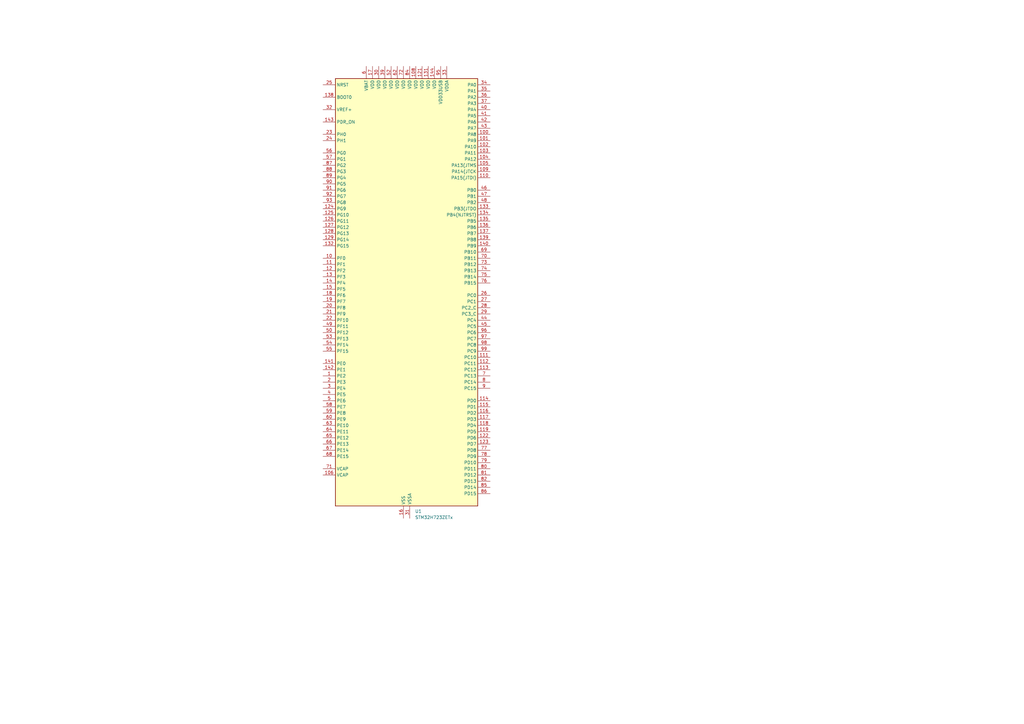
<source format=kicad_sch>
(kicad_sch (version 20230121) (generator eeschema)

  (uuid aab39440-4203-4bdc-971f-29314e79a713)

  (paper "A3")

  (title_block
    (title "01-main")
    (date "2024-02-22")
    (company "tuton")
  )

  (lib_symbols
    (symbol "MCU_ST_STM32H7:STM32H723ZETx" (in_bom yes) (on_board yes)
      (property "Reference" "U" (at -27.94 90.17 0)
        (effects (font (size 1.27 1.27)) (justify left))
      )
      (property "Value" "STM32H723ZETx" (at 20.32 90.17 0)
        (effects (font (size 1.27 1.27)) (justify left))
      )
      (property "Footprint" "Package_QFP:LQFP-144_20x20mm_P0.5mm" (at -27.94 -86.36 0)
        (effects (font (size 1.27 1.27)) (justify right) hide)
      )
      (property "Datasheet" "https://www.st.com/resource/en/datasheet/stm32h723ze.pdf" (at 0 0 0)
        (effects (font (size 1.27 1.27)) hide)
      )
      (property "ki_locked" "" (at 0 0 0)
        (effects (font (size 1.27 1.27)))
      )
      (property "ki_keywords" "Arm Cortex-M7 STM32H7 STM32H723/733" (at 0 0 0)
        (effects (font (size 1.27 1.27)) hide)
      )
      (property "ki_description" "STMicroelectronics Arm Cortex-M7 MCU, 512KB flash, 564KB RAM, 550 MHz, 1.62-3.6V, 114 GPIO, LQFP144" (at 0 0 0)
        (effects (font (size 1.27 1.27)) hide)
      )
      (property "ki_fp_filters" "LQFP*20x20mm*P0.5mm*" (at 0 0 0)
        (effects (font (size 1.27 1.27)) hide)
      )
      (symbol "STM32H723ZETx_0_1"
        (rectangle (start -27.94 -86.36) (end 30.48 88.9)
          (stroke (width 0.254) (type default))
          (fill (type background))
        )
      )
      (symbol "STM32H723ZETx_1_1"
        (pin bidirectional line (at -33.02 -33.02 0) (length 5.08)
          (name "PE2" (effects (font (size 1.27 1.27))))
          (number "1" (effects (font (size 1.27 1.27))))
          (alternate "DEBUG_TRACECLK" bidirectional line)
          (alternate "ETH_TXD3" bidirectional line)
          (alternate "FMC_A23" bidirectional line)
          (alternate "OCTOSPIM_P1_IO2" bidirectional line)
          (alternate "SAI1_CK1" bidirectional line)
          (alternate "SAI1_MCLK_A" bidirectional line)
          (alternate "SAI4_CK1" bidirectional line)
          (alternate "SAI4_MCLK_A" bidirectional line)
          (alternate "SPI4_SCK" bidirectional line)
          (alternate "USART10_RX" bidirectional line)
        )
        (pin bidirectional line (at -33.02 15.24 0) (length 5.08)
          (name "PF0" (effects (font (size 1.27 1.27))))
          (number "10" (effects (font (size 1.27 1.27))))
          (alternate "FMC_A0" bidirectional line)
          (alternate "I2C2_SDA" bidirectional line)
          (alternate "I2C5_SDA" bidirectional line)
          (alternate "OCTOSPIM_P2_IO0" bidirectional line)
          (alternate "TIM23_CH1" bidirectional line)
        )
        (pin bidirectional line (at 35.56 66.04 180) (length 5.08)
          (name "PA8" (effects (font (size 1.27 1.27))))
          (number "100" (effects (font (size 1.27 1.27))))
          (alternate "I2C3_SCL" bidirectional line)
          (alternate "I2C5_SCL" bidirectional line)
          (alternate "LTDC_B3" bidirectional line)
          (alternate "LTDC_R6" bidirectional line)
          (alternate "RCC_MCO_1" bidirectional line)
          (alternate "TIM1_CH1" bidirectional line)
          (alternate "TIM8_BKIN2" bidirectional line)
          (alternate "TIM8_BKIN2_COMP1" bidirectional line)
          (alternate "TIM8_BKIN2_COMP2" bidirectional line)
          (alternate "UART7_RX" bidirectional line)
          (alternate "USART1_CK" bidirectional line)
          (alternate "USB_OTG_HS_SOF" bidirectional line)
        )
        (pin bidirectional line (at 35.56 63.5 180) (length 5.08)
          (name "PA9" (effects (font (size 1.27 1.27))))
          (number "101" (effects (font (size 1.27 1.27))))
          (alternate "DAC1_EXTI9" bidirectional line)
          (alternate "DCMI_D0" bidirectional line)
          (alternate "ETH_TX_ER" bidirectional line)
          (alternate "I2C3_SMBA" bidirectional line)
          (alternate "I2C5_SMBA" bidirectional line)
          (alternate "I2S2_CK" bidirectional line)
          (alternate "LPUART1_TX" bidirectional line)
          (alternate "LTDC_R5" bidirectional line)
          (alternate "PSSI_D0" bidirectional line)
          (alternate "SPI2_SCK" bidirectional line)
          (alternate "TIM1_CH2" bidirectional line)
          (alternate "USART1_TX" bidirectional line)
          (alternate "USB_OTG_HS_VBUS" bidirectional line)
        )
        (pin bidirectional line (at 35.56 60.96 180) (length 5.08)
          (name "PA10" (effects (font (size 1.27 1.27))))
          (number "102" (effects (font (size 1.27 1.27))))
          (alternate "DCMI_D1" bidirectional line)
          (alternate "LPUART1_RX" bidirectional line)
          (alternate "LTDC_B1" bidirectional line)
          (alternate "LTDC_B4" bidirectional line)
          (alternate "MDIOS_MDIO" bidirectional line)
          (alternate "PSSI_D1" bidirectional line)
          (alternate "TIM1_CH3" bidirectional line)
          (alternate "USART1_RX" bidirectional line)
          (alternate "USB_OTG_HS_ID" bidirectional line)
        )
        (pin bidirectional line (at 35.56 58.42 180) (length 5.08)
          (name "PA11" (effects (font (size 1.27 1.27))))
          (number "103" (effects (font (size 1.27 1.27))))
          (alternate "ADC1_EXTI11" bidirectional line)
          (alternate "ADC2_EXTI11" bidirectional line)
          (alternate "ADC3_EXTI11" bidirectional line)
          (alternate "FDCAN1_RX" bidirectional line)
          (alternate "I2S2_WS" bidirectional line)
          (alternate "LPUART1_CTS" bidirectional line)
          (alternate "LTDC_R4" bidirectional line)
          (alternate "SPI2_NSS" bidirectional line)
          (alternate "TIM1_CH4" bidirectional line)
          (alternate "UART4_RX" bidirectional line)
          (alternate "USART1_CTS" bidirectional line)
          (alternate "USART1_NSS" bidirectional line)
          (alternate "USB_OTG_HS_DM" bidirectional line)
        )
        (pin bidirectional line (at 35.56 55.88 180) (length 5.08)
          (name "PA12" (effects (font (size 1.27 1.27))))
          (number "104" (effects (font (size 1.27 1.27))))
          (alternate "FDCAN1_TX" bidirectional line)
          (alternate "I2S2_CK" bidirectional line)
          (alternate "LPUART1_DE" bidirectional line)
          (alternate "LPUART1_RTS" bidirectional line)
          (alternate "LTDC_R5" bidirectional line)
          (alternate "SAI4_FS_B" bidirectional line)
          (alternate "SPI2_SCK" bidirectional line)
          (alternate "TIM1_BKIN2" bidirectional line)
          (alternate "TIM1_ETR" bidirectional line)
          (alternate "UART4_TX" bidirectional line)
          (alternate "USART1_DE" bidirectional line)
          (alternate "USART1_RTS" bidirectional line)
          (alternate "USB_OTG_HS_DP" bidirectional line)
        )
        (pin bidirectional line (at 35.56 53.34 180) (length 5.08)
          (name "PA13(JTMS" (effects (font (size 1.27 1.27))))
          (number "105" (effects (font (size 1.27 1.27))))
          (alternate "DEBUG_JTMS-SWDIO" bidirectional line)
        )
        (pin power_out line (at -33.02 -73.66 0) (length 5.08)
          (name "VCAP" (effects (font (size 1.27 1.27))))
          (number "106" (effects (font (size 1.27 1.27))))
        )
        (pin passive line (at 0 -91.44 90) (length 5.08) hide
          (name "VSS" (effects (font (size 1.27 1.27))))
          (number "107" (effects (font (size 1.27 1.27))))
        )
        (pin power_in line (at 5.08 93.98 270) (length 5.08)
          (name "VDD" (effects (font (size 1.27 1.27))))
          (number "108" (effects (font (size 1.27 1.27))))
        )
        (pin bidirectional line (at 35.56 50.8 180) (length 5.08)
          (name "PA14(JTCK" (effects (font (size 1.27 1.27))))
          (number "109" (effects (font (size 1.27 1.27))))
          (alternate "DEBUG_JTCK-SWCLK" bidirectional line)
        )
        (pin bidirectional line (at -33.02 12.7 0) (length 5.08)
          (name "PF1" (effects (font (size 1.27 1.27))))
          (number "11" (effects (font (size 1.27 1.27))))
          (alternate "FMC_A1" bidirectional line)
          (alternate "I2C2_SCL" bidirectional line)
          (alternate "I2C5_SCL" bidirectional line)
          (alternate "OCTOSPIM_P2_IO1" bidirectional line)
          (alternate "TIM23_CH2" bidirectional line)
        )
        (pin bidirectional line (at 35.56 48.26 180) (length 5.08)
          (name "PA15(JTDI)" (effects (font (size 1.27 1.27))))
          (number "110" (effects (font (size 1.27 1.27))))
          (alternate "ADC1_EXTI15" bidirectional line)
          (alternate "ADC2_EXTI15" bidirectional line)
          (alternate "ADC3_EXTI15" bidirectional line)
          (alternate "CEC" bidirectional line)
          (alternate "DEBUG_JTDI" bidirectional line)
          (alternate "I2S1_WS" bidirectional line)
          (alternate "I2S3_WS" bidirectional line)
          (alternate "I2S6_WS" bidirectional line)
          (alternate "LTDC_B6" bidirectional line)
          (alternate "LTDC_R3" bidirectional line)
          (alternate "SPI1_NSS" bidirectional line)
          (alternate "SPI3_NSS" bidirectional line)
          (alternate "SPI6_NSS" bidirectional line)
          (alternate "TIM2_CH1" bidirectional line)
          (alternate "TIM2_ETR" bidirectional line)
          (alternate "UART4_DE" bidirectional line)
          (alternate "UART4_RTS" bidirectional line)
          (alternate "UART7_TX" bidirectional line)
        )
        (pin bidirectional line (at 35.56 -25.4 180) (length 5.08)
          (name "PC10" (effects (font (size 1.27 1.27))))
          (number "111" (effects (font (size 1.27 1.27))))
          (alternate "DCMI_D8" bidirectional line)
          (alternate "DFSDM1_CKIN5" bidirectional line)
          (alternate "I2C5_SDA" bidirectional line)
          (alternate "I2S3_CK" bidirectional line)
          (alternate "LTDC_B1" bidirectional line)
          (alternate "LTDC_R2" bidirectional line)
          (alternate "OCTOSPIM_P1_IO1" bidirectional line)
          (alternate "PSSI_D8" bidirectional line)
          (alternate "SDMMC1_D2" bidirectional line)
          (alternate "SPI3_SCK" bidirectional line)
          (alternate "SWPMI1_RX" bidirectional line)
          (alternate "UART4_TX" bidirectional line)
          (alternate "USART3_TX" bidirectional line)
        )
        (pin bidirectional line (at 35.56 -27.94 180) (length 5.08)
          (name "PC11" (effects (font (size 1.27 1.27))))
          (number "112" (effects (font (size 1.27 1.27))))
          (alternate "ADC1_EXTI11" bidirectional line)
          (alternate "ADC2_EXTI11" bidirectional line)
          (alternate "ADC3_EXTI11" bidirectional line)
          (alternate "DCMI_D4" bidirectional line)
          (alternate "DFSDM1_DATIN5" bidirectional line)
          (alternate "I2C5_SCL" bidirectional line)
          (alternate "I2S3_SDI" bidirectional line)
          (alternate "LTDC_B4" bidirectional line)
          (alternate "OCTOSPIM_P1_NCS" bidirectional line)
          (alternate "PSSI_D4" bidirectional line)
          (alternate "SDMMC1_D3" bidirectional line)
          (alternate "SPI3_MISO" bidirectional line)
          (alternate "UART4_RX" bidirectional line)
          (alternate "USART3_RX" bidirectional line)
        )
        (pin bidirectional line (at 35.56 -30.48 180) (length 5.08)
          (name "PC12" (effects (font (size 1.27 1.27))))
          (number "113" (effects (font (size 1.27 1.27))))
          (alternate "DCMI_D9" bidirectional line)
          (alternate "DEBUG_TRACED3" bidirectional line)
          (alternate "FMC_D6" bidirectional line)
          (alternate "FMC_DA6" bidirectional line)
          (alternate "I2C5_SMBA" bidirectional line)
          (alternate "I2S3_SDO" bidirectional line)
          (alternate "I2S6_CK" bidirectional line)
          (alternate "LTDC_R6" bidirectional line)
          (alternate "PSSI_D9" bidirectional line)
          (alternate "SDMMC1_CK" bidirectional line)
          (alternate "SPI3_MOSI" bidirectional line)
          (alternate "SPI6_SCK" bidirectional line)
          (alternate "TIM15_CH1" bidirectional line)
          (alternate "UART5_TX" bidirectional line)
          (alternate "USART3_CK" bidirectional line)
        )
        (pin bidirectional line (at 35.56 -43.18 180) (length 5.08)
          (name "PD0" (effects (font (size 1.27 1.27))))
          (number "114" (effects (font (size 1.27 1.27))))
          (alternate "DFSDM1_CKIN6" bidirectional line)
          (alternate "FDCAN1_RX" bidirectional line)
          (alternate "FMC_D2" bidirectional line)
          (alternate "FMC_DA2" bidirectional line)
          (alternate "LTDC_B1" bidirectional line)
          (alternate "UART4_RX" bidirectional line)
          (alternate "UART9_CTS" bidirectional line)
        )
        (pin bidirectional line (at 35.56 -45.72 180) (length 5.08)
          (name "PD1" (effects (font (size 1.27 1.27))))
          (number "115" (effects (font (size 1.27 1.27))))
          (alternate "DFSDM1_DATIN6" bidirectional line)
          (alternate "FDCAN1_TX" bidirectional line)
          (alternate "FMC_D3" bidirectional line)
          (alternate "FMC_DA3" bidirectional line)
          (alternate "UART4_TX" bidirectional line)
        )
        (pin bidirectional line (at 35.56 -48.26 180) (length 5.08)
          (name "PD2" (effects (font (size 1.27 1.27))))
          (number "116" (effects (font (size 1.27 1.27))))
          (alternate "DCMI_D11" bidirectional line)
          (alternate "DEBUG_TRACED2" bidirectional line)
          (alternate "FMC_D7" bidirectional line)
          (alternate "FMC_DA7" bidirectional line)
          (alternate "LTDC_B2" bidirectional line)
          (alternate "LTDC_B7" bidirectional line)
          (alternate "PSSI_D11" bidirectional line)
          (alternate "SDMMC1_CMD" bidirectional line)
          (alternate "TIM15_BKIN" bidirectional line)
          (alternate "TIM3_ETR" bidirectional line)
          (alternate "UART5_RX" bidirectional line)
        )
        (pin bidirectional line (at 35.56 -50.8 180) (length 5.08)
          (name "PD3" (effects (font (size 1.27 1.27))))
          (number "117" (effects (font (size 1.27 1.27))))
          (alternate "DCMI_D5" bidirectional line)
          (alternate "DFSDM1_CKOUT" bidirectional line)
          (alternate "FMC_CLK" bidirectional line)
          (alternate "I2S2_CK" bidirectional line)
          (alternate "LTDC_G7" bidirectional line)
          (alternate "PSSI_D5" bidirectional line)
          (alternate "SPI2_SCK" bidirectional line)
          (alternate "USART2_CTS" bidirectional line)
          (alternate "USART2_NSS" bidirectional line)
        )
        (pin bidirectional line (at 35.56 -53.34 180) (length 5.08)
          (name "PD4" (effects (font (size 1.27 1.27))))
          (number "118" (effects (font (size 1.27 1.27))))
          (alternate "FMC_NOE" bidirectional line)
          (alternate "OCTOSPIM_P1_IO4" bidirectional line)
          (alternate "USART2_DE" bidirectional line)
          (alternate "USART2_RTS" bidirectional line)
        )
        (pin bidirectional line (at 35.56 -55.88 180) (length 5.08)
          (name "PD5" (effects (font (size 1.27 1.27))))
          (number "119" (effects (font (size 1.27 1.27))))
          (alternate "FMC_NWE" bidirectional line)
          (alternate "OCTOSPIM_P1_IO5" bidirectional line)
          (alternate "USART2_TX" bidirectional line)
        )
        (pin bidirectional line (at -33.02 10.16 0) (length 5.08)
          (name "PF2" (effects (font (size 1.27 1.27))))
          (number "12" (effects (font (size 1.27 1.27))))
          (alternate "FMC_A2" bidirectional line)
          (alternate "I2C2_SMBA" bidirectional line)
          (alternate "I2C5_SMBA" bidirectional line)
          (alternate "OCTOSPIM_P2_IO2" bidirectional line)
          (alternate "TIM23_CH3" bidirectional line)
        )
        (pin passive line (at 0 -91.44 90) (length 5.08) hide
          (name "VSS" (effects (font (size 1.27 1.27))))
          (number "120" (effects (font (size 1.27 1.27))))
        )
        (pin power_in line (at 7.62 93.98 270) (length 5.08)
          (name "VDD" (effects (font (size 1.27 1.27))))
          (number "121" (effects (font (size 1.27 1.27))))
        )
        (pin bidirectional line (at 35.56 -58.42 180) (length 5.08)
          (name "PD6" (effects (font (size 1.27 1.27))))
          (number "122" (effects (font (size 1.27 1.27))))
          (alternate "DCMI_D10" bidirectional line)
          (alternate "DFSDM1_CKIN4" bidirectional line)
          (alternate "DFSDM1_DATIN1" bidirectional line)
          (alternate "FMC_NWAIT" bidirectional line)
          (alternate "I2S3_SDO" bidirectional line)
          (alternate "LTDC_B2" bidirectional line)
          (alternate "OCTOSPIM_P1_IO6" bidirectional line)
          (alternate "PSSI_D10" bidirectional line)
          (alternate "SAI1_D1" bidirectional line)
          (alternate "SAI1_SD_A" bidirectional line)
          (alternate "SAI4_D1" bidirectional line)
          (alternate "SAI4_SD_A" bidirectional line)
          (alternate "SDMMC2_CK" bidirectional line)
          (alternate "SPI3_MOSI" bidirectional line)
          (alternate "USART2_RX" bidirectional line)
        )
        (pin bidirectional line (at 35.56 -60.96 180) (length 5.08)
          (name "PD7" (effects (font (size 1.27 1.27))))
          (number "123" (effects (font (size 1.27 1.27))))
          (alternate "DFSDM1_CKIN1" bidirectional line)
          (alternate "DFSDM1_DATIN4" bidirectional line)
          (alternate "FMC_NE1" bidirectional line)
          (alternate "I2S1_SDO" bidirectional line)
          (alternate "OCTOSPIM_P1_IO7" bidirectional line)
          (alternate "SDMMC2_CMD" bidirectional line)
          (alternate "SPDIFRX1_IN0" bidirectional line)
          (alternate "SPI1_MOSI" bidirectional line)
          (alternate "USART2_CK" bidirectional line)
        )
        (pin bidirectional line (at -33.02 35.56 0) (length 5.08)
          (name "PG9" (effects (font (size 1.27 1.27))))
          (number "124" (effects (font (size 1.27 1.27))))
          (alternate "DAC1_EXTI9" bidirectional line)
          (alternate "DCMI_VSYNC" bidirectional line)
          (alternate "FDCAN3_TX" bidirectional line)
          (alternate "FMC_NCE" bidirectional line)
          (alternate "FMC_NE2" bidirectional line)
          (alternate "I2S1_SDI" bidirectional line)
          (alternate "OCTOSPIM_P1_IO6" bidirectional line)
          (alternate "PSSI_RDY" bidirectional line)
          (alternate "SAI4_FS_B" bidirectional line)
          (alternate "SDMMC2_D0" bidirectional line)
          (alternate "SPDIFRX1_IN3" bidirectional line)
          (alternate "SPI1_MISO" bidirectional line)
          (alternate "USART6_RX" bidirectional line)
        )
        (pin bidirectional line (at -33.02 33.02 0) (length 5.08)
          (name "PG10" (effects (font (size 1.27 1.27))))
          (number "125" (effects (font (size 1.27 1.27))))
          (alternate "DCMI_D2" bidirectional line)
          (alternate "FDCAN3_RX" bidirectional line)
          (alternate "FMC_NE3" bidirectional line)
          (alternate "I2S1_WS" bidirectional line)
          (alternate "LTDC_B2" bidirectional line)
          (alternate "LTDC_G3" bidirectional line)
          (alternate "OCTOSPIM_P2_IO6" bidirectional line)
          (alternate "PSSI_D2" bidirectional line)
          (alternate "SAI4_SD_B" bidirectional line)
          (alternate "SDMMC2_D1" bidirectional line)
          (alternate "SPI1_NSS" bidirectional line)
        )
        (pin bidirectional line (at -33.02 30.48 0) (length 5.08)
          (name "PG11" (effects (font (size 1.27 1.27))))
          (number "126" (effects (font (size 1.27 1.27))))
          (alternate "ADC1_EXTI11" bidirectional line)
          (alternate "ADC2_EXTI11" bidirectional line)
          (alternate "ADC3_EXTI11" bidirectional line)
          (alternate "DCMI_D3" bidirectional line)
          (alternate "ETH_TX_EN" bidirectional line)
          (alternate "I2S1_CK" bidirectional line)
          (alternate "LPTIM1_IN2" bidirectional line)
          (alternate "LTDC_B3" bidirectional line)
          (alternate "OCTOSPIM_P2_IO7" bidirectional line)
          (alternate "PSSI_D3" bidirectional line)
          (alternate "SDMMC2_D2" bidirectional line)
          (alternate "SPDIFRX1_IN0" bidirectional line)
          (alternate "SPI1_SCK" bidirectional line)
          (alternate "USART10_RX" bidirectional line)
        )
        (pin bidirectional line (at -33.02 27.94 0) (length 5.08)
          (name "PG12" (effects (font (size 1.27 1.27))))
          (number "127" (effects (font (size 1.27 1.27))))
          (alternate "ETH_TXD1" bidirectional line)
          (alternate "FMC_NE4" bidirectional line)
          (alternate "I2S6_SDI" bidirectional line)
          (alternate "LPTIM1_IN1" bidirectional line)
          (alternate "LTDC_B1" bidirectional line)
          (alternate "LTDC_B4" bidirectional line)
          (alternate "OCTOSPIM_P2_NCS" bidirectional line)
          (alternate "SDMMC2_D3" bidirectional line)
          (alternate "SPDIFRX1_IN1" bidirectional line)
          (alternate "SPI6_MISO" bidirectional line)
          (alternate "TIM23_CH1" bidirectional line)
          (alternate "USART10_TX" bidirectional line)
          (alternate "USART6_DE" bidirectional line)
          (alternate "USART6_RTS" bidirectional line)
        )
        (pin bidirectional line (at -33.02 25.4 0) (length 5.08)
          (name "PG13" (effects (font (size 1.27 1.27))))
          (number "128" (effects (font (size 1.27 1.27))))
          (alternate "DEBUG_TRACED0" bidirectional line)
          (alternate "ETH_TXD0" bidirectional line)
          (alternate "FMC_A24" bidirectional line)
          (alternate "I2S6_CK" bidirectional line)
          (alternate "LPTIM1_OUT" bidirectional line)
          (alternate "LTDC_R0" bidirectional line)
          (alternate "SDMMC2_D6" bidirectional line)
          (alternate "SPI6_SCK" bidirectional line)
          (alternate "TIM23_CH2" bidirectional line)
          (alternate "USART10_CTS" bidirectional line)
          (alternate "USART10_NSS" bidirectional line)
          (alternate "USART6_CTS" bidirectional line)
          (alternate "USART6_NSS" bidirectional line)
        )
        (pin bidirectional line (at -33.02 22.86 0) (length 5.08)
          (name "PG14" (effects (font (size 1.27 1.27))))
          (number "129" (effects (font (size 1.27 1.27))))
          (alternate "DEBUG_TRACED1" bidirectional line)
          (alternate "ETH_TXD1" bidirectional line)
          (alternate "FMC_A25" bidirectional line)
          (alternate "I2S6_SDO" bidirectional line)
          (alternate "LPTIM1_ETR" bidirectional line)
          (alternate "LTDC_B0" bidirectional line)
          (alternate "OCTOSPIM_P1_IO7" bidirectional line)
          (alternate "SDMMC2_D7" bidirectional line)
          (alternate "SPI6_MOSI" bidirectional line)
          (alternate "TIM23_CH3" bidirectional line)
          (alternate "USART10_DE" bidirectional line)
          (alternate "USART10_RTS" bidirectional line)
          (alternate "USART6_TX" bidirectional line)
        )
        (pin bidirectional line (at -33.02 7.62 0) (length 5.08)
          (name "PF3" (effects (font (size 1.27 1.27))))
          (number "13" (effects (font (size 1.27 1.27))))
          (alternate "ADC3_INP5" bidirectional line)
          (alternate "FMC_A3" bidirectional line)
          (alternate "OCTOSPIM_P2_IO3" bidirectional line)
          (alternate "TIM23_CH4" bidirectional line)
        )
        (pin passive line (at 0 -91.44 90) (length 5.08) hide
          (name "VSS" (effects (font (size 1.27 1.27))))
          (number "130" (effects (font (size 1.27 1.27))))
        )
        (pin power_in line (at 10.16 93.98 270) (length 5.08)
          (name "VDD" (effects (font (size 1.27 1.27))))
          (number "131" (effects (font (size 1.27 1.27))))
        )
        (pin bidirectional line (at -33.02 20.32 0) (length 5.08)
          (name "PG15" (effects (font (size 1.27 1.27))))
          (number "132" (effects (font (size 1.27 1.27))))
          (alternate "ADC1_EXTI15" bidirectional line)
          (alternate "ADC2_EXTI15" bidirectional line)
          (alternate "ADC3_EXTI15" bidirectional line)
          (alternate "DCMI_D13" bidirectional line)
          (alternate "FMC_SDNCAS" bidirectional line)
          (alternate "OCTOSPIM_P2_DQS" bidirectional line)
          (alternate "PSSI_D13" bidirectional line)
          (alternate "USART10_CK" bidirectional line)
          (alternate "USART6_CTS" bidirectional line)
          (alternate "USART6_NSS" bidirectional line)
        )
        (pin bidirectional line (at 35.56 35.56 180) (length 5.08)
          (name "PB3(JTDO" (effects (font (size 1.27 1.27))))
          (number "133" (effects (font (size 1.27 1.27))))
          (alternate "CRS_SYNC" bidirectional line)
          (alternate "DEBUG_JTDO-SWO" bidirectional line)
          (alternate "I2S1_CK" bidirectional line)
          (alternate "I2S3_CK" bidirectional line)
          (alternate "I2S6_CK" bidirectional line)
          (alternate "SDMMC2_D2" bidirectional line)
          (alternate "SPI1_SCK" bidirectional line)
          (alternate "SPI3_SCK" bidirectional line)
          (alternate "SPI6_SCK" bidirectional line)
          (alternate "TIM24_ETR" bidirectional line)
          (alternate "TIM2_CH2" bidirectional line)
          (alternate "UART7_RX" bidirectional line)
        )
        (pin bidirectional line (at 35.56 33.02 180) (length 5.08)
          (name "PB4(NJTRST)" (effects (font (size 1.27 1.27))))
          (number "134" (effects (font (size 1.27 1.27))))
          (alternate "DEBUG_JTRST" bidirectional line)
          (alternate "I2S1_SDI" bidirectional line)
          (alternate "I2S2_WS" bidirectional line)
          (alternate "I2S3_SDI" bidirectional line)
          (alternate "I2S6_SDI" bidirectional line)
          (alternate "SDMMC2_D3" bidirectional line)
          (alternate "SPI1_MISO" bidirectional line)
          (alternate "SPI2_NSS" bidirectional line)
          (alternate "SPI3_MISO" bidirectional line)
          (alternate "SPI6_MISO" bidirectional line)
          (alternate "TIM16_BKIN" bidirectional line)
          (alternate "TIM3_CH1" bidirectional line)
          (alternate "UART7_TX" bidirectional line)
        )
        (pin bidirectional line (at 35.56 30.48 180) (length 5.08)
          (name "PB5" (effects (font (size 1.27 1.27))))
          (number "135" (effects (font (size 1.27 1.27))))
          (alternate "DCMI_D10" bidirectional line)
          (alternate "ETH_PPS_OUT" bidirectional line)
          (alternate "FDCAN2_RX" bidirectional line)
          (alternate "FMC_SDCKE1" bidirectional line)
          (alternate "I2C1_SMBA" bidirectional line)
          (alternate "I2C4_SMBA" bidirectional line)
          (alternate "I2S1_SDO" bidirectional line)
          (alternate "I2S3_SDO" bidirectional line)
          (alternate "I2S6_SDO" bidirectional line)
          (alternate "LTDC_B5" bidirectional line)
          (alternate "PSSI_D10" bidirectional line)
          (alternate "SPI1_MOSI" bidirectional line)
          (alternate "SPI3_MOSI" bidirectional line)
          (alternate "SPI6_MOSI" bidirectional line)
          (alternate "TIM17_BKIN" bidirectional line)
          (alternate "TIM3_CH2" bidirectional line)
          (alternate "UART5_RX" bidirectional line)
          (alternate "USB_OTG_HS_ULPI_D7" bidirectional line)
        )
        (pin bidirectional line (at 35.56 27.94 180) (length 5.08)
          (name "PB6" (effects (font (size 1.27 1.27))))
          (number "136" (effects (font (size 1.27 1.27))))
          (alternate "CEC" bidirectional line)
          (alternate "DCMI_D5" bidirectional line)
          (alternate "DFSDM1_DATIN5" bidirectional line)
          (alternate "FDCAN2_TX" bidirectional line)
          (alternate "FMC_SDNE1" bidirectional line)
          (alternate "I2C1_SCL" bidirectional line)
          (alternate "I2C4_SCL" bidirectional line)
          (alternate "LPUART1_TX" bidirectional line)
          (alternate "OCTOSPIM_P1_NCS" bidirectional line)
          (alternate "PSSI_D5" bidirectional line)
          (alternate "TIM16_CH1N" bidirectional line)
          (alternate "TIM4_CH1" bidirectional line)
          (alternate "UART5_TX" bidirectional line)
          (alternate "USART1_TX" bidirectional line)
        )
        (pin bidirectional line (at 35.56 25.4 180) (length 5.08)
          (name "PB7" (effects (font (size 1.27 1.27))))
          (number "137" (effects (font (size 1.27 1.27))))
          (alternate "DCMI_VSYNC" bidirectional line)
          (alternate "DFSDM1_CKIN5" bidirectional line)
          (alternate "FMC_NL" bidirectional line)
          (alternate "I2C1_SDA" bidirectional line)
          (alternate "I2C4_SDA" bidirectional line)
          (alternate "LPUART1_RX" bidirectional line)
          (alternate "PSSI_RDY" bidirectional line)
          (alternate "PWR_PVD_IN" bidirectional line)
          (alternate "TIM17_CH1N" bidirectional line)
          (alternate "TIM4_CH2" bidirectional line)
          (alternate "USART1_RX" bidirectional line)
        )
        (pin input line (at -33.02 81.28 0) (length 5.08)
          (name "BOOT0" (effects (font (size 1.27 1.27))))
          (number "138" (effects (font (size 1.27 1.27))))
        )
        (pin bidirectional line (at 35.56 22.86 180) (length 5.08)
          (name "PB8" (effects (font (size 1.27 1.27))))
          (number "139" (effects (font (size 1.27 1.27))))
          (alternate "DCMI_D6" bidirectional line)
          (alternate "DFSDM1_CKIN7" bidirectional line)
          (alternate "ETH_TXD3" bidirectional line)
          (alternate "FDCAN1_RX" bidirectional line)
          (alternate "I2C1_SCL" bidirectional line)
          (alternate "I2C4_SCL" bidirectional line)
          (alternate "LTDC_B6" bidirectional line)
          (alternate "PSSI_D6" bidirectional line)
          (alternate "SDMMC1_CKIN" bidirectional line)
          (alternate "SDMMC1_D4" bidirectional line)
          (alternate "SDMMC2_D4" bidirectional line)
          (alternate "TIM16_CH1" bidirectional line)
          (alternate "TIM4_CH3" bidirectional line)
          (alternate "UART4_RX" bidirectional line)
        )
        (pin bidirectional line (at -33.02 5.08 0) (length 5.08)
          (name "PF4" (effects (font (size 1.27 1.27))))
          (number "14" (effects (font (size 1.27 1.27))))
          (alternate "ADC3_INN5" bidirectional line)
          (alternate "ADC3_INP9" bidirectional line)
          (alternate "FMC_A4" bidirectional line)
          (alternate "OCTOSPIM_P2_CLK" bidirectional line)
        )
        (pin bidirectional line (at 35.56 20.32 180) (length 5.08)
          (name "PB9" (effects (font (size 1.27 1.27))))
          (number "140" (effects (font (size 1.27 1.27))))
          (alternate "DAC1_EXTI9" bidirectional line)
          (alternate "DCMI_D7" bidirectional line)
          (alternate "DFSDM1_DATIN7" bidirectional line)
          (alternate "FDCAN1_TX" bidirectional line)
          (alternate "I2C1_SDA" bidirectional line)
          (alternate "I2C4_SDA" bidirectional line)
          (alternate "I2C4_SMBA" bidirectional line)
          (alternate "I2S2_WS" bidirectional line)
          (alternate "LTDC_B7" bidirectional line)
          (alternate "PSSI_D7" bidirectional line)
          (alternate "SDMMC1_CDIR" bidirectional line)
          (alternate "SDMMC1_D5" bidirectional line)
          (alternate "SDMMC2_D5" bidirectional line)
          (alternate "SPI2_NSS" bidirectional line)
          (alternate "TIM17_CH1" bidirectional line)
          (alternate "TIM4_CH4" bidirectional line)
          (alternate "UART4_TX" bidirectional line)
        )
        (pin bidirectional line (at -33.02 -27.94 0) (length 5.08)
          (name "PE0" (effects (font (size 1.27 1.27))))
          (number "141" (effects (font (size 1.27 1.27))))
          (alternate "DCMI_D2" bidirectional line)
          (alternate "FMC_NBL0" bidirectional line)
          (alternate "LPTIM1_ETR" bidirectional line)
          (alternate "LPTIM2_ETR" bidirectional line)
          (alternate "LTDC_R0" bidirectional line)
          (alternate "PSSI_D2" bidirectional line)
          (alternate "SAI4_MCLK_A" bidirectional line)
          (alternate "TIM4_ETR" bidirectional line)
          (alternate "UART8_RX" bidirectional line)
        )
        (pin bidirectional line (at -33.02 -30.48 0) (length 5.08)
          (name "PE1" (effects (font (size 1.27 1.27))))
          (number "142" (effects (font (size 1.27 1.27))))
          (alternate "DCMI_D3" bidirectional line)
          (alternate "FMC_NBL1" bidirectional line)
          (alternate "LPTIM1_IN2" bidirectional line)
          (alternate "LTDC_R6" bidirectional line)
          (alternate "PSSI_D3" bidirectional line)
          (alternate "UART8_TX" bidirectional line)
        )
        (pin input line (at -33.02 71.12 0) (length 5.08)
          (name "PDR_ON" (effects (font (size 1.27 1.27))))
          (number "143" (effects (font (size 1.27 1.27))))
        )
        (pin power_in line (at 12.7 93.98 270) (length 5.08)
          (name "VDD" (effects (font (size 1.27 1.27))))
          (number "144" (effects (font (size 1.27 1.27))))
        )
        (pin bidirectional line (at -33.02 2.54 0) (length 5.08)
          (name "PF5" (effects (font (size 1.27 1.27))))
          (number "15" (effects (font (size 1.27 1.27))))
          (alternate "ADC3_INP4" bidirectional line)
          (alternate "FMC_A5" bidirectional line)
          (alternate "OCTOSPIM_P2_NCLK" bidirectional line)
        )
        (pin power_in line (at 0 -91.44 90) (length 5.08)
          (name "VSS" (effects (font (size 1.27 1.27))))
          (number "16" (effects (font (size 1.27 1.27))))
        )
        (pin power_in line (at -12.7 93.98 270) (length 5.08)
          (name "VDD" (effects (font (size 1.27 1.27))))
          (number "17" (effects (font (size 1.27 1.27))))
        )
        (pin bidirectional line (at -33.02 0 0) (length 5.08)
          (name "PF6" (effects (font (size 1.27 1.27))))
          (number "18" (effects (font (size 1.27 1.27))))
          (alternate "ADC3_INN4" bidirectional line)
          (alternate "ADC3_INP8" bidirectional line)
          (alternate "FDCAN3_RX" bidirectional line)
          (alternate "OCTOSPIM_P1_IO3" bidirectional line)
          (alternate "SAI1_SD_B" bidirectional line)
          (alternate "SAI4_SD_B" bidirectional line)
          (alternate "SPI5_NSS" bidirectional line)
          (alternate "TIM16_CH1" bidirectional line)
          (alternate "TIM23_CH1" bidirectional line)
          (alternate "UART7_RX" bidirectional line)
        )
        (pin bidirectional line (at -33.02 -2.54 0) (length 5.08)
          (name "PF7" (effects (font (size 1.27 1.27))))
          (number "19" (effects (font (size 1.27 1.27))))
          (alternate "ADC3_INP3" bidirectional line)
          (alternate "FDCAN3_TX" bidirectional line)
          (alternate "OCTOSPIM_P1_IO2" bidirectional line)
          (alternate "SAI1_MCLK_B" bidirectional line)
          (alternate "SAI4_MCLK_B" bidirectional line)
          (alternate "SPI5_SCK" bidirectional line)
          (alternate "TIM17_CH1" bidirectional line)
          (alternate "TIM23_CH2" bidirectional line)
          (alternate "UART7_TX" bidirectional line)
        )
        (pin bidirectional line (at -33.02 -35.56 0) (length 5.08)
          (name "PE3" (effects (font (size 1.27 1.27))))
          (number "2" (effects (font (size 1.27 1.27))))
          (alternate "DEBUG_TRACED0" bidirectional line)
          (alternate "FMC_A19" bidirectional line)
          (alternate "SAI1_SD_B" bidirectional line)
          (alternate "SAI4_SD_B" bidirectional line)
          (alternate "TIM15_BKIN" bidirectional line)
          (alternate "USART10_TX" bidirectional line)
        )
        (pin bidirectional line (at -33.02 -5.08 0) (length 5.08)
          (name "PF8" (effects (font (size 1.27 1.27))))
          (number "20" (effects (font (size 1.27 1.27))))
          (alternate "ADC3_INN3" bidirectional line)
          (alternate "ADC3_INP7" bidirectional line)
          (alternate "OCTOSPIM_P1_IO0" bidirectional line)
          (alternate "SAI1_SCK_B" bidirectional line)
          (alternate "SAI4_SCK_B" bidirectional line)
          (alternate "SPI5_MISO" bidirectional line)
          (alternate "TIM13_CH1" bidirectional line)
          (alternate "TIM16_CH1N" bidirectional line)
          (alternate "TIM23_CH3" bidirectional line)
          (alternate "UART7_DE" bidirectional line)
          (alternate "UART7_RTS" bidirectional line)
        )
        (pin bidirectional line (at -33.02 -7.62 0) (length 5.08)
          (name "PF9" (effects (font (size 1.27 1.27))))
          (number "21" (effects (font (size 1.27 1.27))))
          (alternate "ADC3_INP2" bidirectional line)
          (alternate "DAC1_EXTI9" bidirectional line)
          (alternate "OCTOSPIM_P1_IO1" bidirectional line)
          (alternate "SAI1_FS_B" bidirectional line)
          (alternate "SAI4_FS_B" bidirectional line)
          (alternate "SPI5_MOSI" bidirectional line)
          (alternate "TIM14_CH1" bidirectional line)
          (alternate "TIM17_CH1N" bidirectional line)
          (alternate "TIM23_CH4" bidirectional line)
          (alternate "UART7_CTS" bidirectional line)
        )
        (pin bidirectional line (at -33.02 -10.16 0) (length 5.08)
          (name "PF10" (effects (font (size 1.27 1.27))))
          (number "22" (effects (font (size 1.27 1.27))))
          (alternate "ADC3_INN2" bidirectional line)
          (alternate "ADC3_INP6" bidirectional line)
          (alternate "DCMI_D11" bidirectional line)
          (alternate "LTDC_DE" bidirectional line)
          (alternate "OCTOSPIM_P1_CLK" bidirectional line)
          (alternate "PSSI_D11" bidirectional line)
          (alternate "PSSI_D15" bidirectional line)
          (alternate "SAI1_D3" bidirectional line)
          (alternate "SAI4_D3" bidirectional line)
          (alternate "TIM16_BKIN" bidirectional line)
        )
        (pin bidirectional line (at -33.02 66.04 0) (length 5.08)
          (name "PH0" (effects (font (size 1.27 1.27))))
          (number "23" (effects (font (size 1.27 1.27))))
          (alternate "RCC_OSC_IN" bidirectional line)
        )
        (pin bidirectional line (at -33.02 63.5 0) (length 5.08)
          (name "PH1" (effects (font (size 1.27 1.27))))
          (number "24" (effects (font (size 1.27 1.27))))
          (alternate "RCC_OSC_OUT" bidirectional line)
        )
        (pin input line (at -33.02 86.36 0) (length 5.08)
          (name "NRST" (effects (font (size 1.27 1.27))))
          (number "25" (effects (font (size 1.27 1.27))))
        )
        (pin bidirectional line (at 35.56 0 180) (length 5.08)
          (name "PC0" (effects (font (size 1.27 1.27))))
          (number "26" (effects (font (size 1.27 1.27))))
          (alternate "ADC1_INP10" bidirectional line)
          (alternate "ADC2_INP10" bidirectional line)
          (alternate "ADC3_INP10" bidirectional line)
          (alternate "DFSDM1_CKIN0" bidirectional line)
          (alternate "DFSDM1_DATIN4" bidirectional line)
          (alternate "FMC_A25" bidirectional line)
          (alternate "FMC_D12" bidirectional line)
          (alternate "FMC_DA12" bidirectional line)
          (alternate "FMC_SDNWE" bidirectional line)
          (alternate "LTDC_G2" bidirectional line)
          (alternate "LTDC_R5" bidirectional line)
          (alternate "SAI4_FS_B" bidirectional line)
          (alternate "USB_OTG_HS_ULPI_STP" bidirectional line)
        )
        (pin bidirectional line (at 35.56 -2.54 180) (length 5.08)
          (name "PC1" (effects (font (size 1.27 1.27))))
          (number "27" (effects (font (size 1.27 1.27))))
          (alternate "ADC1_INN10" bidirectional line)
          (alternate "ADC1_INP11" bidirectional line)
          (alternate "ADC2_INN10" bidirectional line)
          (alternate "ADC2_INP11" bidirectional line)
          (alternate "ADC3_INN10" bidirectional line)
          (alternate "ADC3_INP11" bidirectional line)
          (alternate "DEBUG_TRACED0" bidirectional line)
          (alternate "DFSDM1_CKIN4" bidirectional line)
          (alternate "DFSDM1_DATIN0" bidirectional line)
          (alternate "ETH_MDC" bidirectional line)
          (alternate "I2S2_SDO" bidirectional line)
          (alternate "LTDC_G5" bidirectional line)
          (alternate "MDIOS_MDC" bidirectional line)
          (alternate "OCTOSPIM_P1_IO4" bidirectional line)
          (alternate "PWR_WKUP6" bidirectional line)
          (alternate "RTC_TAMP3" bidirectional line)
          (alternate "SAI1_D1" bidirectional line)
          (alternate "SAI1_SD_A" bidirectional line)
          (alternate "SAI4_D1" bidirectional line)
          (alternate "SAI4_SD_A" bidirectional line)
          (alternate "SDMMC2_CK" bidirectional line)
          (alternate "SPI2_MOSI" bidirectional line)
        )
        (pin bidirectional line (at 35.56 -5.08 180) (length 5.08)
          (name "PC2_C" (effects (font (size 1.27 1.27))))
          (number "28" (effects (font (size 1.27 1.27))))
          (alternate "ADC3_INN1" bidirectional line)
          (alternate "ADC3_INP0" bidirectional line)
          (alternate "DFSDM1_CKIN1" bidirectional line)
          (alternate "DFSDM1_CKOUT" bidirectional line)
          (alternate "ETH_TXD2" bidirectional line)
          (alternate "FMC_SDNE0" bidirectional line)
          (alternate "I2S2_SDI" bidirectional line)
          (alternate "OCTOSPIM_P1_IO2" bidirectional line)
          (alternate "OCTOSPIM_P1_IO5" bidirectional line)
          (alternate "PWR_CSTOP" bidirectional line)
          (alternate "SPI2_MISO" bidirectional line)
          (alternate "USB_OTG_HS_ULPI_DIR" bidirectional line)
        )
        (pin bidirectional line (at 35.56 -7.62 180) (length 5.08)
          (name "PC3_C" (effects (font (size 1.27 1.27))))
          (number "29" (effects (font (size 1.27 1.27))))
          (alternate "ADC3_INP1" bidirectional line)
          (alternate "DFSDM1_DATIN1" bidirectional line)
          (alternate "ETH_TX_CLK" bidirectional line)
          (alternate "FMC_SDCKE0" bidirectional line)
          (alternate "I2S2_SDO" bidirectional line)
          (alternate "OCTOSPIM_P1_IO0" bidirectional line)
          (alternate "OCTOSPIM_P1_IO6" bidirectional line)
          (alternate "PWR_CSLEEP" bidirectional line)
          (alternate "SPI2_MOSI" bidirectional line)
          (alternate "USB_OTG_HS_ULPI_NXT" bidirectional line)
        )
        (pin bidirectional line (at -33.02 -38.1 0) (length 5.08)
          (name "PE4" (effects (font (size 1.27 1.27))))
          (number "3" (effects (font (size 1.27 1.27))))
          (alternate "DCMI_D4" bidirectional line)
          (alternate "DEBUG_TRACED1" bidirectional line)
          (alternate "DFSDM1_DATIN3" bidirectional line)
          (alternate "FMC_A20" bidirectional line)
          (alternate "LTDC_B0" bidirectional line)
          (alternate "PSSI_D4" bidirectional line)
          (alternate "SAI1_D2" bidirectional line)
          (alternate "SAI1_FS_A" bidirectional line)
          (alternate "SAI4_D2" bidirectional line)
          (alternate "SAI4_FS_A" bidirectional line)
          (alternate "SPI4_NSS" bidirectional line)
          (alternate "TIM15_CH1N" bidirectional line)
        )
        (pin power_in line (at -10.16 93.98 270) (length 5.08)
          (name "VDD" (effects (font (size 1.27 1.27))))
          (number "30" (effects (font (size 1.27 1.27))))
        )
        (pin power_in line (at 2.54 -91.44 90) (length 5.08)
          (name "VSSA" (effects (font (size 1.27 1.27))))
          (number "31" (effects (font (size 1.27 1.27))))
        )
        (pin input line (at -33.02 76.2 0) (length 5.08)
          (name "VREF+" (effects (font (size 1.27 1.27))))
          (number "32" (effects (font (size 1.27 1.27))))
          (alternate "VREFBUF_OUT" bidirectional line)
        )
        (pin power_in line (at 17.78 93.98 270) (length 5.08)
          (name "VDDA" (effects (font (size 1.27 1.27))))
          (number "33" (effects (font (size 1.27 1.27))))
        )
        (pin bidirectional line (at 35.56 86.36 180) (length 5.08)
          (name "PA0" (effects (font (size 1.27 1.27))))
          (number "34" (effects (font (size 1.27 1.27))))
          (alternate "ADC1_INP16" bidirectional line)
          (alternate "ETH_CRS" bidirectional line)
          (alternate "FMC_A19" bidirectional line)
          (alternate "I2S6_WS" bidirectional line)
          (alternate "PWR_WKUP1" bidirectional line)
          (alternate "SAI4_SD_B" bidirectional line)
          (alternate "SDMMC2_CMD" bidirectional line)
          (alternate "SPI6_NSS" bidirectional line)
          (alternate "TIM15_BKIN" bidirectional line)
          (alternate "TIM2_CH1" bidirectional line)
          (alternate "TIM2_ETR" bidirectional line)
          (alternate "TIM5_CH1" bidirectional line)
          (alternate "TIM8_ETR" bidirectional line)
          (alternate "UART4_TX" bidirectional line)
          (alternate "USART2_CTS" bidirectional line)
          (alternate "USART2_NSS" bidirectional line)
        )
        (pin bidirectional line (at 35.56 83.82 180) (length 5.08)
          (name "PA1" (effects (font (size 1.27 1.27))))
          (number "35" (effects (font (size 1.27 1.27))))
          (alternate "ADC1_INN16" bidirectional line)
          (alternate "ADC1_INP17" bidirectional line)
          (alternate "ETH_REF_CLK" bidirectional line)
          (alternate "ETH_RX_CLK" bidirectional line)
          (alternate "LPTIM3_OUT" bidirectional line)
          (alternate "LTDC_R2" bidirectional line)
          (alternate "OCTOSPIM_P1_DQS" bidirectional line)
          (alternate "OCTOSPIM_P1_IO3" bidirectional line)
          (alternate "SAI4_MCLK_B" bidirectional line)
          (alternate "TIM15_CH1N" bidirectional line)
          (alternate "TIM2_CH2" bidirectional line)
          (alternate "TIM5_CH2" bidirectional line)
          (alternate "UART4_RX" bidirectional line)
          (alternate "USART2_DE" bidirectional line)
          (alternate "USART2_RTS" bidirectional line)
        )
        (pin bidirectional line (at 35.56 81.28 180) (length 5.08)
          (name "PA2" (effects (font (size 1.27 1.27))))
          (number "36" (effects (font (size 1.27 1.27))))
          (alternate "ADC1_INP14" bidirectional line)
          (alternate "ADC2_INP14" bidirectional line)
          (alternate "ETH_MDIO" bidirectional line)
          (alternate "LPTIM4_OUT" bidirectional line)
          (alternate "LTDC_R1" bidirectional line)
          (alternate "MDIOS_MDIO" bidirectional line)
          (alternate "OCTOSPIM_P1_IO0" bidirectional line)
          (alternate "PWR_WKUP2" bidirectional line)
          (alternate "SAI4_SCK_B" bidirectional line)
          (alternate "TIM15_CH1" bidirectional line)
          (alternate "TIM2_CH3" bidirectional line)
          (alternate "TIM5_CH3" bidirectional line)
          (alternate "USART2_TX" bidirectional line)
        )
        (pin bidirectional line (at 35.56 78.74 180) (length 5.08)
          (name "PA3" (effects (font (size 1.27 1.27))))
          (number "37" (effects (font (size 1.27 1.27))))
          (alternate "ADC1_INP15" bidirectional line)
          (alternate "ADC2_INP15" bidirectional line)
          (alternate "ETH_COL" bidirectional line)
          (alternate "I2S6_MCK" bidirectional line)
          (alternate "LPTIM5_OUT" bidirectional line)
          (alternate "LTDC_B2" bidirectional line)
          (alternate "LTDC_B5" bidirectional line)
          (alternate "OCTOSPIM_P1_CLK" bidirectional line)
          (alternate "OCTOSPIM_P1_IO2" bidirectional line)
          (alternate "TIM15_CH2" bidirectional line)
          (alternate "TIM2_CH4" bidirectional line)
          (alternate "TIM5_CH4" bidirectional line)
          (alternate "USART2_RX" bidirectional line)
          (alternate "USB_OTG_HS_ULPI_D0" bidirectional line)
        )
        (pin passive line (at 0 -91.44 90) (length 5.08) hide
          (name "VSS" (effects (font (size 1.27 1.27))))
          (number "38" (effects (font (size 1.27 1.27))))
        )
        (pin power_in line (at -7.62 93.98 270) (length 5.08)
          (name "VDD" (effects (font (size 1.27 1.27))))
          (number "39" (effects (font (size 1.27 1.27))))
        )
        (pin bidirectional line (at -33.02 -40.64 0) (length 5.08)
          (name "PE5" (effects (font (size 1.27 1.27))))
          (number "4" (effects (font (size 1.27 1.27))))
          (alternate "DCMI_D6" bidirectional line)
          (alternate "DEBUG_TRACED2" bidirectional line)
          (alternate "DFSDM1_CKIN3" bidirectional line)
          (alternate "FMC_A21" bidirectional line)
          (alternate "LTDC_G0" bidirectional line)
          (alternate "PSSI_D6" bidirectional line)
          (alternate "SAI1_CK2" bidirectional line)
          (alternate "SAI1_SCK_A" bidirectional line)
          (alternate "SAI4_CK2" bidirectional line)
          (alternate "SAI4_SCK_A" bidirectional line)
          (alternate "SPI4_MISO" bidirectional line)
          (alternate "TIM15_CH1" bidirectional line)
        )
        (pin bidirectional line (at 35.56 76.2 180) (length 5.08)
          (name "PA4" (effects (font (size 1.27 1.27))))
          (number "40" (effects (font (size 1.27 1.27))))
          (alternate "ADC1_INP18" bidirectional line)
          (alternate "ADC2_INP18" bidirectional line)
          (alternate "DAC1_OUT1" bidirectional line)
          (alternate "DCMI_HSYNC" bidirectional line)
          (alternate "FMC_D8" bidirectional line)
          (alternate "FMC_DA8" bidirectional line)
          (alternate "I2S1_WS" bidirectional line)
          (alternate "I2S3_WS" bidirectional line)
          (alternate "I2S6_WS" bidirectional line)
          (alternate "LTDC_VSYNC" bidirectional line)
          (alternate "PSSI_DE" bidirectional line)
          (alternate "SPI1_NSS" bidirectional line)
          (alternate "SPI3_NSS" bidirectional line)
          (alternate "SPI6_NSS" bidirectional line)
          (alternate "TIM5_ETR" bidirectional line)
          (alternate "USART2_CK" bidirectional line)
        )
        (pin bidirectional line (at 35.56 73.66 180) (length 5.08)
          (name "PA5" (effects (font (size 1.27 1.27))))
          (number "41" (effects (font (size 1.27 1.27))))
          (alternate "ADC1_INN18" bidirectional line)
          (alternate "ADC1_INP19" bidirectional line)
          (alternate "ADC2_INN18" bidirectional line)
          (alternate "ADC2_INP19" bidirectional line)
          (alternate "DAC1_OUT2" bidirectional line)
          (alternate "FMC_D9" bidirectional line)
          (alternate "FMC_DA9" bidirectional line)
          (alternate "I2S1_CK" bidirectional line)
          (alternate "I2S6_CK" bidirectional line)
          (alternate "LTDC_R4" bidirectional line)
          (alternate "PSSI_D14" bidirectional line)
          (alternate "PWR_NDSTOP2" bidirectional line)
          (alternate "SPI1_SCK" bidirectional line)
          (alternate "SPI6_SCK" bidirectional line)
          (alternate "TIM2_CH1" bidirectional line)
          (alternate "TIM2_ETR" bidirectional line)
          (alternate "TIM8_CH1N" bidirectional line)
          (alternate "USB_OTG_HS_ULPI_CK" bidirectional line)
        )
        (pin bidirectional line (at 35.56 71.12 180) (length 5.08)
          (name "PA6" (effects (font (size 1.27 1.27))))
          (number "42" (effects (font (size 1.27 1.27))))
          (alternate "ADC1_INP3" bidirectional line)
          (alternate "ADC2_INP3" bidirectional line)
          (alternate "DCMI_PIXCLK" bidirectional line)
          (alternate "I2S1_SDI" bidirectional line)
          (alternate "I2S6_SDI" bidirectional line)
          (alternate "LTDC_G2" bidirectional line)
          (alternate "MDIOS_MDC" bidirectional line)
          (alternate "OCTOSPIM_P1_IO3" bidirectional line)
          (alternate "PSSI_PDCK" bidirectional line)
          (alternate "SPI1_MISO" bidirectional line)
          (alternate "SPI6_MISO" bidirectional line)
          (alternate "TIM13_CH1" bidirectional line)
          (alternate "TIM1_BKIN" bidirectional line)
          (alternate "TIM1_BKIN_COMP1" bidirectional line)
          (alternate "TIM1_BKIN_COMP2" bidirectional line)
          (alternate "TIM3_CH1" bidirectional line)
          (alternate "TIM8_BKIN" bidirectional line)
          (alternate "TIM8_BKIN_COMP1" bidirectional line)
          (alternate "TIM8_BKIN_COMP2" bidirectional line)
        )
        (pin bidirectional line (at 35.56 68.58 180) (length 5.08)
          (name "PA7" (effects (font (size 1.27 1.27))))
          (number "43" (effects (font (size 1.27 1.27))))
          (alternate "ADC1_INN3" bidirectional line)
          (alternate "ADC1_INP7" bidirectional line)
          (alternate "ADC2_INN3" bidirectional line)
          (alternate "ADC2_INP7" bidirectional line)
          (alternate "ETH_CRS_DV" bidirectional line)
          (alternate "ETH_RX_DV" bidirectional line)
          (alternate "FMC_SDNWE" bidirectional line)
          (alternate "I2S1_SDO" bidirectional line)
          (alternate "I2S6_SDO" bidirectional line)
          (alternate "LTDC_VSYNC" bidirectional line)
          (alternate "OCTOSPIM_P1_IO2" bidirectional line)
          (alternate "OPAMP1_VINM" bidirectional line)
          (alternate "SPI1_MOSI" bidirectional line)
          (alternate "SPI6_MOSI" bidirectional line)
          (alternate "TIM14_CH1" bidirectional line)
          (alternate "TIM1_CH1N" bidirectional line)
          (alternate "TIM3_CH2" bidirectional line)
          (alternate "TIM8_CH1N" bidirectional line)
        )
        (pin bidirectional line (at 35.56 -10.16 180) (length 5.08)
          (name "PC4" (effects (font (size 1.27 1.27))))
          (number "44" (effects (font (size 1.27 1.27))))
          (alternate "ADC1_INP4" bidirectional line)
          (alternate "ADC2_INP4" bidirectional line)
          (alternate "COMP1_INM" bidirectional line)
          (alternate "DFSDM1_CKIN2" bidirectional line)
          (alternate "ETH_RXD0" bidirectional line)
          (alternate "FMC_A22" bidirectional line)
          (alternate "FMC_SDNE0" bidirectional line)
          (alternate "I2S1_MCK" bidirectional line)
          (alternate "LTDC_R7" bidirectional line)
          (alternate "OPAMP1_VOUT" bidirectional line)
          (alternate "SDMMC2_CKIN" bidirectional line)
          (alternate "SPDIFRX1_IN2" bidirectional line)
        )
        (pin bidirectional line (at 35.56 -12.7 180) (length 5.08)
          (name "PC5" (effects (font (size 1.27 1.27))))
          (number "45" (effects (font (size 1.27 1.27))))
          (alternate "ADC1_INN4" bidirectional line)
          (alternate "ADC1_INP8" bidirectional line)
          (alternate "ADC2_INN4" bidirectional line)
          (alternate "ADC2_INP8" bidirectional line)
          (alternate "COMP1_OUT" bidirectional line)
          (alternate "DFSDM1_DATIN2" bidirectional line)
          (alternate "ETH_RXD1" bidirectional line)
          (alternate "FMC_SDCKE0" bidirectional line)
          (alternate "LTDC_DE" bidirectional line)
          (alternate "OCTOSPIM_P1_DQS" bidirectional line)
          (alternate "OPAMP1_VINM" bidirectional line)
          (alternate "PSSI_D15" bidirectional line)
          (alternate "SAI1_D3" bidirectional line)
          (alternate "SAI4_D3" bidirectional line)
          (alternate "SPDIFRX1_IN3" bidirectional line)
        )
        (pin bidirectional line (at 35.56 43.18 180) (length 5.08)
          (name "PB0" (effects (font (size 1.27 1.27))))
          (number "46" (effects (font (size 1.27 1.27))))
          (alternate "ADC1_INN5" bidirectional line)
          (alternate "ADC1_INP9" bidirectional line)
          (alternate "ADC2_INN5" bidirectional line)
          (alternate "ADC2_INP9" bidirectional line)
          (alternate "COMP1_INP" bidirectional line)
          (alternate "DFSDM1_CKOUT" bidirectional line)
          (alternate "ETH_RXD2" bidirectional line)
          (alternate "LTDC_G1" bidirectional line)
          (alternate "LTDC_R3" bidirectional line)
          (alternate "OCTOSPIM_P1_IO1" bidirectional line)
          (alternate "OPAMP1_VINP" bidirectional line)
          (alternate "TIM1_CH2N" bidirectional line)
          (alternate "TIM3_CH3" bidirectional line)
          (alternate "TIM8_CH2N" bidirectional line)
          (alternate "UART4_CTS" bidirectional line)
          (alternate "USB_OTG_HS_ULPI_D1" bidirectional line)
        )
        (pin bidirectional line (at 35.56 40.64 180) (length 5.08)
          (name "PB1" (effects (font (size 1.27 1.27))))
          (number "47" (effects (font (size 1.27 1.27))))
          (alternate "ADC1_INP5" bidirectional line)
          (alternate "ADC2_INP5" bidirectional line)
          (alternate "COMP1_INM" bidirectional line)
          (alternate "DFSDM1_DATIN1" bidirectional line)
          (alternate "ETH_RXD3" bidirectional line)
          (alternate "LTDC_G0" bidirectional line)
          (alternate "LTDC_R6" bidirectional line)
          (alternate "OCTOSPIM_P1_IO0" bidirectional line)
          (alternate "TIM1_CH3N" bidirectional line)
          (alternate "TIM3_CH4" bidirectional line)
          (alternate "TIM8_CH3N" bidirectional line)
          (alternate "USB_OTG_HS_ULPI_D2" bidirectional line)
        )
        (pin bidirectional line (at 35.56 38.1 180) (length 5.08)
          (name "PB2" (effects (font (size 1.27 1.27))))
          (number "48" (effects (font (size 1.27 1.27))))
          (alternate "COMP1_INP" bidirectional line)
          (alternate "DFSDM1_CKIN1" bidirectional line)
          (alternate "ETH_TX_ER" bidirectional line)
          (alternate "I2S3_SDO" bidirectional line)
          (alternate "OCTOSPIM_P1_CLK" bidirectional line)
          (alternate "OCTOSPIM_P1_DQS" bidirectional line)
          (alternate "RTC_OUT_ALARM" bidirectional line)
          (alternate "RTC_OUT_CALIB" bidirectional line)
          (alternate "SAI1_D1" bidirectional line)
          (alternate "SAI1_SD_A" bidirectional line)
          (alternate "SAI4_D1" bidirectional line)
          (alternate "SAI4_SD_A" bidirectional line)
          (alternate "SPI3_MOSI" bidirectional line)
          (alternate "TIM23_ETR" bidirectional line)
        )
        (pin bidirectional line (at -33.02 -12.7 0) (length 5.08)
          (name "PF11" (effects (font (size 1.27 1.27))))
          (number "49" (effects (font (size 1.27 1.27))))
          (alternate "ADC1_EXTI11" bidirectional line)
          (alternate "ADC1_INP2" bidirectional line)
          (alternate "ADC2_EXTI11" bidirectional line)
          (alternate "ADC3_EXTI11" bidirectional line)
          (alternate "DCMI_D12" bidirectional line)
          (alternate "FMC_SDNRAS" bidirectional line)
          (alternate "OCTOSPIM_P1_NCLK" bidirectional line)
          (alternate "PSSI_D12" bidirectional line)
          (alternate "SAI4_SD_B" bidirectional line)
          (alternate "SPI5_MOSI" bidirectional line)
          (alternate "TIM24_CH1" bidirectional line)
        )
        (pin bidirectional line (at -33.02 -43.18 0) (length 5.08)
          (name "PE6" (effects (font (size 1.27 1.27))))
          (number "5" (effects (font (size 1.27 1.27))))
          (alternate "DCMI_D7" bidirectional line)
          (alternate "DEBUG_TRACED3" bidirectional line)
          (alternate "FMC_A22" bidirectional line)
          (alternate "LTDC_G1" bidirectional line)
          (alternate "PSSI_D7" bidirectional line)
          (alternate "SAI1_D1" bidirectional line)
          (alternate "SAI1_SD_A" bidirectional line)
          (alternate "SAI4_D1" bidirectional line)
          (alternate "SAI4_MCLK_B" bidirectional line)
          (alternate "SAI4_SD_A" bidirectional line)
          (alternate "SPI4_MOSI" bidirectional line)
          (alternate "TIM15_CH2" bidirectional line)
          (alternate "TIM1_BKIN2" bidirectional line)
          (alternate "TIM1_BKIN2_COMP1" bidirectional line)
          (alternate "TIM1_BKIN2_COMP2" bidirectional line)
        )
        (pin bidirectional line (at -33.02 -15.24 0) (length 5.08)
          (name "PF12" (effects (font (size 1.27 1.27))))
          (number "50" (effects (font (size 1.27 1.27))))
          (alternate "ADC1_INN2" bidirectional line)
          (alternate "ADC1_INP6" bidirectional line)
          (alternate "FMC_A6" bidirectional line)
          (alternate "OCTOSPIM_P2_DQS" bidirectional line)
          (alternate "TIM24_CH2" bidirectional line)
        )
        (pin passive line (at 0 -91.44 90) (length 5.08) hide
          (name "VSS" (effects (font (size 1.27 1.27))))
          (number "51" (effects (font (size 1.27 1.27))))
        )
        (pin power_in line (at -5.08 93.98 270) (length 5.08)
          (name "VDD" (effects (font (size 1.27 1.27))))
          (number "52" (effects (font (size 1.27 1.27))))
        )
        (pin bidirectional line (at -33.02 -17.78 0) (length 5.08)
          (name "PF13" (effects (font (size 1.27 1.27))))
          (number "53" (effects (font (size 1.27 1.27))))
          (alternate "ADC2_INP2" bidirectional line)
          (alternate "DFSDM1_DATIN6" bidirectional line)
          (alternate "FMC_A7" bidirectional line)
          (alternate "I2C4_SMBA" bidirectional line)
          (alternate "TIM24_CH3" bidirectional line)
        )
        (pin bidirectional line (at -33.02 -20.32 0) (length 5.08)
          (name "PF14" (effects (font (size 1.27 1.27))))
          (number "54" (effects (font (size 1.27 1.27))))
          (alternate "ADC2_INN2" bidirectional line)
          (alternate "ADC2_INP6" bidirectional line)
          (alternate "DFSDM1_CKIN6" bidirectional line)
          (alternate "FMC_A8" bidirectional line)
          (alternate "I2C4_SCL" bidirectional line)
          (alternate "TIM24_CH4" bidirectional line)
        )
        (pin bidirectional line (at -33.02 -22.86 0) (length 5.08)
          (name "PF15" (effects (font (size 1.27 1.27))))
          (number "55" (effects (font (size 1.27 1.27))))
          (alternate "ADC1_EXTI15" bidirectional line)
          (alternate "ADC2_EXTI15" bidirectional line)
          (alternate "ADC3_EXTI15" bidirectional line)
          (alternate "FMC_A9" bidirectional line)
          (alternate "I2C4_SDA" bidirectional line)
        )
        (pin bidirectional line (at -33.02 58.42 0) (length 5.08)
          (name "PG0" (effects (font (size 1.27 1.27))))
          (number "56" (effects (font (size 1.27 1.27))))
          (alternate "FMC_A10" bidirectional line)
          (alternate "OCTOSPIM_P2_IO4" bidirectional line)
          (alternate "UART9_RX" bidirectional line)
        )
        (pin bidirectional line (at -33.02 55.88 0) (length 5.08)
          (name "PG1" (effects (font (size 1.27 1.27))))
          (number "57" (effects (font (size 1.27 1.27))))
          (alternate "FMC_A11" bidirectional line)
          (alternate "OCTOSPIM_P2_IO5" bidirectional line)
          (alternate "OPAMP2_VINM" bidirectional line)
          (alternate "UART9_TX" bidirectional line)
        )
        (pin bidirectional line (at -33.02 -45.72 0) (length 5.08)
          (name "PE7" (effects (font (size 1.27 1.27))))
          (number "58" (effects (font (size 1.27 1.27))))
          (alternate "COMP2_INM" bidirectional line)
          (alternate "DFSDM1_DATIN2" bidirectional line)
          (alternate "FMC_D4" bidirectional line)
          (alternate "FMC_DA4" bidirectional line)
          (alternate "OCTOSPIM_P1_IO4" bidirectional line)
          (alternate "OPAMP2_VOUT" bidirectional line)
          (alternate "TIM1_ETR" bidirectional line)
          (alternate "UART7_RX" bidirectional line)
        )
        (pin bidirectional line (at -33.02 -48.26 0) (length 5.08)
          (name "PE8" (effects (font (size 1.27 1.27))))
          (number "59" (effects (font (size 1.27 1.27))))
          (alternate "COMP2_OUT" bidirectional line)
          (alternate "DFSDM1_CKIN2" bidirectional line)
          (alternate "FMC_D5" bidirectional line)
          (alternate "FMC_DA5" bidirectional line)
          (alternate "OCTOSPIM_P1_IO5" bidirectional line)
          (alternate "OPAMP2_VINM" bidirectional line)
          (alternate "TIM1_CH1N" bidirectional line)
          (alternate "UART7_TX" bidirectional line)
        )
        (pin power_in line (at -15.24 93.98 270) (length 5.08)
          (name "VBAT" (effects (font (size 1.27 1.27))))
          (number "6" (effects (font (size 1.27 1.27))))
        )
        (pin bidirectional line (at -33.02 -50.8 0) (length 5.08)
          (name "PE9" (effects (font (size 1.27 1.27))))
          (number "60" (effects (font (size 1.27 1.27))))
          (alternate "COMP2_INP" bidirectional line)
          (alternate "DAC1_EXTI9" bidirectional line)
          (alternate "DFSDM1_CKOUT" bidirectional line)
          (alternate "FMC_D6" bidirectional line)
          (alternate "FMC_DA6" bidirectional line)
          (alternate "OCTOSPIM_P1_IO6" bidirectional line)
          (alternate "OPAMP2_VINP" bidirectional line)
          (alternate "TIM1_CH1" bidirectional line)
          (alternate "UART7_DE" bidirectional line)
          (alternate "UART7_RTS" bidirectional line)
        )
        (pin passive line (at 0 -91.44 90) (length 5.08) hide
          (name "VSS" (effects (font (size 1.27 1.27))))
          (number "61" (effects (font (size 1.27 1.27))))
        )
        (pin power_in line (at -2.54 93.98 270) (length 5.08)
          (name "VDD" (effects (font (size 1.27 1.27))))
          (number "62" (effects (font (size 1.27 1.27))))
        )
        (pin bidirectional line (at -33.02 -53.34 0) (length 5.08)
          (name "PE10" (effects (font (size 1.27 1.27))))
          (number "63" (effects (font (size 1.27 1.27))))
          (alternate "COMP2_INM" bidirectional line)
          (alternate "DFSDM1_DATIN4" bidirectional line)
          (alternate "FMC_D7" bidirectional line)
          (alternate "FMC_DA7" bidirectional line)
          (alternate "OCTOSPIM_P1_IO7" bidirectional line)
          (alternate "TIM1_CH2N" bidirectional line)
          (alternate "UART7_CTS" bidirectional line)
        )
        (pin bidirectional line (at -33.02 -55.88 0) (length 5.08)
          (name "PE11" (effects (font (size 1.27 1.27))))
          (number "64" (effects (font (size 1.27 1.27))))
          (alternate "ADC1_EXTI11" bidirectional line)
          (alternate "ADC2_EXTI11" bidirectional line)
          (alternate "ADC3_EXTI11" bidirectional line)
          (alternate "COMP2_INP" bidirectional line)
          (alternate "DFSDM1_CKIN4" bidirectional line)
          (alternate "FMC_D8" bidirectional line)
          (alternate "FMC_DA8" bidirectional line)
          (alternate "LTDC_G3" bidirectional line)
          (alternate "OCTOSPIM_P1_NCS" bidirectional line)
          (alternate "SAI4_SD_B" bidirectional line)
          (alternate "SPI4_NSS" bidirectional line)
          (alternate "TIM1_CH2" bidirectional line)
        )
        (pin bidirectional line (at -33.02 -58.42 0) (length 5.08)
          (name "PE12" (effects (font (size 1.27 1.27))))
          (number "65" (effects (font (size 1.27 1.27))))
          (alternate "COMP1_OUT" bidirectional line)
          (alternate "DFSDM1_DATIN5" bidirectional line)
          (alternate "FMC_D9" bidirectional line)
          (alternate "FMC_DA9" bidirectional line)
          (alternate "LTDC_B4" bidirectional line)
          (alternate "SAI4_SCK_B" bidirectional line)
          (alternate "SPI4_SCK" bidirectional line)
          (alternate "TIM1_CH3N" bidirectional line)
        )
        (pin bidirectional line (at -33.02 -60.96 0) (length 5.08)
          (name "PE13" (effects (font (size 1.27 1.27))))
          (number "66" (effects (font (size 1.27 1.27))))
          (alternate "COMP2_OUT" bidirectional line)
          (alternate "DFSDM1_CKIN5" bidirectional line)
          (alternate "FMC_D10" bidirectional line)
          (alternate "FMC_DA10" bidirectional line)
          (alternate "LTDC_DE" bidirectional line)
          (alternate "SAI4_FS_B" bidirectional line)
          (alternate "SPI4_MISO" bidirectional line)
          (alternate "TIM1_CH3" bidirectional line)
        )
        (pin bidirectional line (at -33.02 -63.5 0) (length 5.08)
          (name "PE14" (effects (font (size 1.27 1.27))))
          (number "67" (effects (font (size 1.27 1.27))))
          (alternate "FMC_D11" bidirectional line)
          (alternate "FMC_DA11" bidirectional line)
          (alternate "LTDC_CLK" bidirectional line)
          (alternate "SAI4_MCLK_B" bidirectional line)
          (alternate "SPI4_MOSI" bidirectional line)
          (alternate "TIM1_CH4" bidirectional line)
        )
        (pin bidirectional line (at -33.02 -66.04 0) (length 5.08)
          (name "PE15" (effects (font (size 1.27 1.27))))
          (number "68" (effects (font (size 1.27 1.27))))
          (alternate "ADC1_EXTI15" bidirectional line)
          (alternate "ADC2_EXTI15" bidirectional line)
          (alternate "ADC3_EXTI15" bidirectional line)
          (alternate "FMC_D12" bidirectional line)
          (alternate "FMC_DA12" bidirectional line)
          (alternate "LTDC_R7" bidirectional line)
          (alternate "TIM1_BKIN" bidirectional line)
          (alternate "TIM1_BKIN_COMP1" bidirectional line)
          (alternate "TIM1_BKIN_COMP2" bidirectional line)
          (alternate "USART10_CK" bidirectional line)
        )
        (pin bidirectional line (at 35.56 17.78 180) (length 5.08)
          (name "PB10" (effects (font (size 1.27 1.27))))
          (number "69" (effects (font (size 1.27 1.27))))
          (alternate "DFSDM1_DATIN7" bidirectional line)
          (alternate "ETH_RX_ER" bidirectional line)
          (alternate "I2C2_SCL" bidirectional line)
          (alternate "I2S2_CK" bidirectional line)
          (alternate "LPTIM2_IN1" bidirectional line)
          (alternate "LTDC_G4" bidirectional line)
          (alternate "OCTOSPIM_P1_NCS" bidirectional line)
          (alternate "SPI2_SCK" bidirectional line)
          (alternate "TIM2_CH3" bidirectional line)
          (alternate "USART3_TX" bidirectional line)
          (alternate "USB_OTG_HS_ULPI_D3" bidirectional line)
        )
        (pin bidirectional line (at 35.56 -33.02 180) (length 5.08)
          (name "PC13" (effects (font (size 1.27 1.27))))
          (number "7" (effects (font (size 1.27 1.27))))
          (alternate "PWR_WKUP4" bidirectional line)
          (alternate "RTC_OUT_ALARM" bidirectional line)
          (alternate "RTC_OUT_CALIB" bidirectional line)
          (alternate "RTC_TAMP1" bidirectional line)
          (alternate "RTC_TS" bidirectional line)
        )
        (pin bidirectional line (at 35.56 15.24 180) (length 5.08)
          (name "PB11" (effects (font (size 1.27 1.27))))
          (number "70" (effects (font (size 1.27 1.27))))
          (alternate "ADC1_EXTI11" bidirectional line)
          (alternate "ADC2_EXTI11" bidirectional line)
          (alternate "ADC3_EXTI11" bidirectional line)
          (alternate "DFSDM1_CKIN7" bidirectional line)
          (alternate "ETH_TX_EN" bidirectional line)
          (alternate "I2C2_SDA" bidirectional line)
          (alternate "LPTIM2_ETR" bidirectional line)
          (alternate "LTDC_G5" bidirectional line)
          (alternate "TIM2_CH4" bidirectional line)
          (alternate "USART3_RX" bidirectional line)
          (alternate "USB_OTG_HS_ULPI_D4" bidirectional line)
        )
        (pin power_out line (at -33.02 -71.12 0) (length 5.08)
          (name "VCAP" (effects (font (size 1.27 1.27))))
          (number "71" (effects (font (size 1.27 1.27))))
        )
        (pin power_in line (at 0 93.98 270) (length 5.08)
          (name "VDD" (effects (font (size 1.27 1.27))))
          (number "72" (effects (font (size 1.27 1.27))))
        )
        (pin bidirectional line (at 35.56 12.7 180) (length 5.08)
          (name "PB12" (effects (font (size 1.27 1.27))))
          (number "73" (effects (font (size 1.27 1.27))))
          (alternate "DFSDM1_DATIN1" bidirectional line)
          (alternate "ETH_TXD0" bidirectional line)
          (alternate "FDCAN2_RX" bidirectional line)
          (alternate "I2C2_SMBA" bidirectional line)
          (alternate "I2S2_WS" bidirectional line)
          (alternate "OCTOSPIM_P1_IO0" bidirectional line)
          (alternate "OCTOSPIM_P1_NCLK" bidirectional line)
          (alternate "SPI2_NSS" bidirectional line)
          (alternate "TIM1_BKIN" bidirectional line)
          (alternate "TIM1_BKIN_COMP1" bidirectional line)
          (alternate "TIM1_BKIN_COMP2" bidirectional line)
          (alternate "UART5_RX" bidirectional line)
          (alternate "USART3_CK" bidirectional line)
          (alternate "USB_OTG_HS_ULPI_D5" bidirectional line)
        )
        (pin bidirectional line (at 35.56 10.16 180) (length 5.08)
          (name "PB13" (effects (font (size 1.27 1.27))))
          (number "74" (effects (font (size 1.27 1.27))))
          (alternate "DCMI_D2" bidirectional line)
          (alternate "DFSDM1_CKIN1" bidirectional line)
          (alternate "ETH_TXD1" bidirectional line)
          (alternate "FDCAN2_TX" bidirectional line)
          (alternate "I2S2_CK" bidirectional line)
          (alternate "LPTIM2_OUT" bidirectional line)
          (alternate "OCTOSPIM_P1_IO2" bidirectional line)
          (alternate "PSSI_D2" bidirectional line)
          (alternate "SDMMC1_D0" bidirectional line)
          (alternate "SPI2_SCK" bidirectional line)
          (alternate "TIM1_CH1N" bidirectional line)
          (alternate "UART5_TX" bidirectional line)
          (alternate "USART3_CTS" bidirectional line)
          (alternate "USART3_NSS" bidirectional line)
          (alternate "USB_OTG_HS_ULPI_D6" bidirectional line)
        )
        (pin bidirectional line (at 35.56 7.62 180) (length 5.08)
          (name "PB14" (effects (font (size 1.27 1.27))))
          (number "75" (effects (font (size 1.27 1.27))))
          (alternate "DFSDM1_DATIN2" bidirectional line)
          (alternate "FMC_D10" bidirectional line)
          (alternate "FMC_DA10" bidirectional line)
          (alternate "I2S2_SDI" bidirectional line)
          (alternate "LTDC_CLK" bidirectional line)
          (alternate "SDMMC2_D0" bidirectional line)
          (alternate "SPI2_MISO" bidirectional line)
          (alternate "TIM12_CH1" bidirectional line)
          (alternate "TIM1_CH2N" bidirectional line)
          (alternate "TIM8_CH2N" bidirectional line)
          (alternate "UART4_DE" bidirectional line)
          (alternate "UART4_RTS" bidirectional line)
          (alternate "USART1_TX" bidirectional line)
          (alternate "USART3_DE" bidirectional line)
          (alternate "USART3_RTS" bidirectional line)
        )
        (pin bidirectional line (at 35.56 5.08 180) (length 5.08)
          (name "PB15" (effects (font (size 1.27 1.27))))
          (number "76" (effects (font (size 1.27 1.27))))
          (alternate "ADC1_EXTI15" bidirectional line)
          (alternate "ADC2_EXTI15" bidirectional line)
          (alternate "ADC3_EXTI15" bidirectional line)
          (alternate "DFSDM1_CKIN2" bidirectional line)
          (alternate "FMC_D11" bidirectional line)
          (alternate "FMC_DA11" bidirectional line)
          (alternate "I2S2_SDO" bidirectional line)
          (alternate "LTDC_G7" bidirectional line)
          (alternate "RTC_REFIN" bidirectional line)
          (alternate "SDMMC2_D1" bidirectional line)
          (alternate "SPI2_MOSI" bidirectional line)
          (alternate "TIM12_CH2" bidirectional line)
          (alternate "TIM1_CH3N" bidirectional line)
          (alternate "TIM8_CH3N" bidirectional line)
          (alternate "UART4_CTS" bidirectional line)
          (alternate "USART1_RX" bidirectional line)
        )
        (pin bidirectional line (at 35.56 -63.5 180) (length 5.08)
          (name "PD8" (effects (font (size 1.27 1.27))))
          (number "77" (effects (font (size 1.27 1.27))))
          (alternate "DFSDM1_CKIN3" bidirectional line)
          (alternate "FMC_D13" bidirectional line)
          (alternate "FMC_DA13" bidirectional line)
          (alternate "SPDIFRX1_IN1" bidirectional line)
          (alternate "USART3_TX" bidirectional line)
        )
        (pin bidirectional line (at 35.56 -66.04 180) (length 5.08)
          (name "PD9" (effects (font (size 1.27 1.27))))
          (number "78" (effects (font (size 1.27 1.27))))
          (alternate "DAC1_EXTI9" bidirectional line)
          (alternate "DFSDM1_DATIN3" bidirectional line)
          (alternate "FMC_D14" bidirectional line)
          (alternate "FMC_DA14" bidirectional line)
          (alternate "USART3_RX" bidirectional line)
        )
        (pin bidirectional line (at 35.56 -68.58 180) (length 5.08)
          (name "PD10" (effects (font (size 1.27 1.27))))
          (number "79" (effects (font (size 1.27 1.27))))
          (alternate "DFSDM1_CKOUT" bidirectional line)
          (alternate "FMC_D15" bidirectional line)
          (alternate "FMC_DA15" bidirectional line)
          (alternate "LTDC_B3" bidirectional line)
          (alternate "USART3_CK" bidirectional line)
        )
        (pin bidirectional line (at 35.56 -35.56 180) (length 5.08)
          (name "PC14" (effects (font (size 1.27 1.27))))
          (number "8" (effects (font (size 1.27 1.27))))
          (alternate "RCC_OSC32_IN" bidirectional line)
        )
        (pin bidirectional line (at 35.56 -71.12 180) (length 5.08)
          (name "PD11" (effects (font (size 1.27 1.27))))
          (number "80" (effects (font (size 1.27 1.27))))
          (alternate "ADC1_EXTI11" bidirectional line)
          (alternate "ADC2_EXTI11" bidirectional line)
          (alternate "ADC3_EXTI11" bidirectional line)
          (alternate "FMC_A16" bidirectional line)
          (alternate "FMC_CLE" bidirectional line)
          (alternate "I2C4_SMBA" bidirectional line)
          (alternate "LPTIM2_IN2" bidirectional line)
          (alternate "OCTOSPIM_P1_IO0" bidirectional line)
          (alternate "SAI4_SD_A" bidirectional line)
          (alternate "USART3_CTS" bidirectional line)
          (alternate "USART3_NSS" bidirectional line)
        )
        (pin bidirectional line (at 35.56 -73.66 180) (length 5.08)
          (name "PD12" (effects (font (size 1.27 1.27))))
          (number "81" (effects (font (size 1.27 1.27))))
          (alternate "DCMI_D12" bidirectional line)
          (alternate "FDCAN3_RX" bidirectional line)
          (alternate "FMC_A17" bidirectional line)
          (alternate "FMC_ALE" bidirectional line)
          (alternate "I2C4_SCL" bidirectional line)
          (alternate "LPTIM1_IN1" bidirectional line)
          (alternate "LPTIM2_IN1" bidirectional line)
          (alternate "OCTOSPIM_P1_IO1" bidirectional line)
          (alternate "PSSI_D12" bidirectional line)
          (alternate "SAI4_FS_A" bidirectional line)
          (alternate "TIM4_CH1" bidirectional line)
          (alternate "USART3_DE" bidirectional line)
          (alternate "USART3_RTS" bidirectional line)
        )
        (pin bidirectional line (at 35.56 -76.2 180) (length 5.08)
          (name "PD13" (effects (font (size 1.27 1.27))))
          (number "82" (effects (font (size 1.27 1.27))))
          (alternate "DCMI_D13" bidirectional line)
          (alternate "FDCAN3_TX" bidirectional line)
          (alternate "FMC_A18" bidirectional line)
          (alternate "I2C4_SDA" bidirectional line)
          (alternate "LPTIM1_OUT" bidirectional line)
          (alternate "OCTOSPIM_P1_IO3" bidirectional line)
          (alternate "PSSI_D13" bidirectional line)
          (alternate "SAI4_SCK_A" bidirectional line)
          (alternate "TIM4_CH2" bidirectional line)
          (alternate "UART9_DE" bidirectional line)
          (alternate "UART9_RTS" bidirectional line)
        )
        (pin passive line (at 0 -91.44 90) (length 5.08) hide
          (name "VSS" (effects (font (size 1.27 1.27))))
          (number "83" (effects (font (size 1.27 1.27))))
        )
        (pin power_in line (at 2.54 93.98 270) (length 5.08)
          (name "VDD" (effects (font (size 1.27 1.27))))
          (number "84" (effects (font (size 1.27 1.27))))
        )
        (pin bidirectional line (at 35.56 -78.74 180) (length 5.08)
          (name "PD14" (effects (font (size 1.27 1.27))))
          (number "85" (effects (font (size 1.27 1.27))))
          (alternate "FMC_D0" bidirectional line)
          (alternate "FMC_DA0" bidirectional line)
          (alternate "TIM4_CH3" bidirectional line)
          (alternate "UART8_CTS" bidirectional line)
          (alternate "UART9_RX" bidirectional line)
        )
        (pin bidirectional line (at 35.56 -81.28 180) (length 5.08)
          (name "PD15" (effects (font (size 1.27 1.27))))
          (number "86" (effects (font (size 1.27 1.27))))
          (alternate "ADC1_EXTI15" bidirectional line)
          (alternate "ADC2_EXTI15" bidirectional line)
          (alternate "ADC3_EXTI15" bidirectional line)
          (alternate "FMC_D1" bidirectional line)
          (alternate "FMC_DA1" bidirectional line)
          (alternate "TIM4_CH4" bidirectional line)
          (alternate "UART8_DE" bidirectional line)
          (alternate "UART8_RTS" bidirectional line)
          (alternate "UART9_TX" bidirectional line)
        )
        (pin bidirectional line (at -33.02 53.34 0) (length 5.08)
          (name "PG2" (effects (font (size 1.27 1.27))))
          (number "87" (effects (font (size 1.27 1.27))))
          (alternate "FMC_A12" bidirectional line)
          (alternate "TIM24_ETR" bidirectional line)
          (alternate "TIM8_BKIN" bidirectional line)
          (alternate "TIM8_BKIN_COMP1" bidirectional line)
          (alternate "TIM8_BKIN_COMP2" bidirectional line)
        )
        (pin bidirectional line (at -33.02 50.8 0) (length 5.08)
          (name "PG3" (effects (font (size 1.27 1.27))))
          (number "88" (effects (font (size 1.27 1.27))))
          (alternate "FMC_A13" bidirectional line)
          (alternate "TIM23_ETR" bidirectional line)
          (alternate "TIM8_BKIN2" bidirectional line)
          (alternate "TIM8_BKIN2_COMP1" bidirectional line)
          (alternate "TIM8_BKIN2_COMP2" bidirectional line)
        )
        (pin bidirectional line (at -33.02 48.26 0) (length 5.08)
          (name "PG4" (effects (font (size 1.27 1.27))))
          (number "89" (effects (font (size 1.27 1.27))))
          (alternate "FMC_A14" bidirectional line)
          (alternate "FMC_BA0" bidirectional line)
          (alternate "TIM1_BKIN2" bidirectional line)
          (alternate "TIM1_BKIN2_COMP1" bidirectional line)
          (alternate "TIM1_BKIN2_COMP2" bidirectional line)
        )
        (pin bidirectional line (at 35.56 -38.1 180) (length 5.08)
          (name "PC15" (effects (font (size 1.27 1.27))))
          (number "9" (effects (font (size 1.27 1.27))))
          (alternate "ADC1_EXTI15" bidirectional line)
          (alternate "ADC2_EXTI15" bidirectional line)
          (alternate "ADC3_EXTI15" bidirectional line)
          (alternate "RCC_OSC32_OUT" bidirectional line)
        )
        (pin bidirectional line (at -33.02 45.72 0) (length 5.08)
          (name "PG5" (effects (font (size 1.27 1.27))))
          (number "90" (effects (font (size 1.27 1.27))))
          (alternate "FMC_A15" bidirectional line)
          (alternate "FMC_BA1" bidirectional line)
          (alternate "TIM1_ETR" bidirectional line)
        )
        (pin bidirectional line (at -33.02 43.18 0) (length 5.08)
          (name "PG6" (effects (font (size 1.27 1.27))))
          (number "91" (effects (font (size 1.27 1.27))))
          (alternate "DCMI_D12" bidirectional line)
          (alternate "FMC_NE3" bidirectional line)
          (alternate "LTDC_R7" bidirectional line)
          (alternate "OCTOSPIM_P1_NCS" bidirectional line)
          (alternate "PSSI_D12" bidirectional line)
          (alternate "TIM17_BKIN" bidirectional line)
        )
        (pin bidirectional line (at -33.02 40.64 0) (length 5.08)
          (name "PG7" (effects (font (size 1.27 1.27))))
          (number "92" (effects (font (size 1.27 1.27))))
          (alternate "DCMI_D13" bidirectional line)
          (alternate "FMC_INT" bidirectional line)
          (alternate "LTDC_CLK" bidirectional line)
          (alternate "OCTOSPIM_P2_DQS" bidirectional line)
          (alternate "PSSI_D13" bidirectional line)
          (alternate "SAI1_MCLK_A" bidirectional line)
          (alternate "USART6_CK" bidirectional line)
        )
        (pin bidirectional line (at -33.02 38.1 0) (length 5.08)
          (name "PG8" (effects (font (size 1.27 1.27))))
          (number "93" (effects (font (size 1.27 1.27))))
          (alternate "ETH_PPS_OUT" bidirectional line)
          (alternate "FMC_SDCLK" bidirectional line)
          (alternate "I2S6_WS" bidirectional line)
          (alternate "LTDC_G7" bidirectional line)
          (alternate "SPDIFRX1_IN2" bidirectional line)
          (alternate "SPI6_NSS" bidirectional line)
          (alternate "TIM8_ETR" bidirectional line)
          (alternate "USART6_DE" bidirectional line)
          (alternate "USART6_RTS" bidirectional line)
        )
        (pin passive line (at 0 -91.44 90) (length 5.08) hide
          (name "VSS" (effects (font (size 1.27 1.27))))
          (number "94" (effects (font (size 1.27 1.27))))
        )
        (pin power_in line (at 15.24 93.98 270) (length 5.08)
          (name "VDD33USB" (effects (font (size 1.27 1.27))))
          (number "95" (effects (font (size 1.27 1.27))))
        )
        (pin bidirectional line (at 35.56 -15.24 180) (length 5.08)
          (name "PC6" (effects (font (size 1.27 1.27))))
          (number "96" (effects (font (size 1.27 1.27))))
          (alternate "DCMI_D0" bidirectional line)
          (alternate "DFSDM1_CKIN3" bidirectional line)
          (alternate "FMC_NWAIT" bidirectional line)
          (alternate "I2S2_MCK" bidirectional line)
          (alternate "LTDC_HSYNC" bidirectional line)
          (alternate "PSSI_D0" bidirectional line)
          (alternate "SDMMC1_D0DIR" bidirectional line)
          (alternate "SDMMC1_D6" bidirectional line)
          (alternate "SDMMC2_D6" bidirectional line)
          (alternate "SWPMI1_IO" bidirectional line)
          (alternate "TIM3_CH1" bidirectional line)
          (alternate "TIM8_CH1" bidirectional line)
          (alternate "USART6_TX" bidirectional line)
        )
        (pin bidirectional line (at 35.56 -17.78 180) (length 5.08)
          (name "PC7" (effects (font (size 1.27 1.27))))
          (number "97" (effects (font (size 1.27 1.27))))
          (alternate "DCMI_D1" bidirectional line)
          (alternate "DEBUG_TRGIO" bidirectional line)
          (alternate "DFSDM1_DATIN3" bidirectional line)
          (alternate "FMC_NE1" bidirectional line)
          (alternate "I2S3_MCK" bidirectional line)
          (alternate "LTDC_G6" bidirectional line)
          (alternate "PSSI_D1" bidirectional line)
          (alternate "SDMMC1_D123DIR" bidirectional line)
          (alternate "SDMMC1_D7" bidirectional line)
          (alternate "SDMMC2_D7" bidirectional line)
          (alternate "SWPMI1_TX" bidirectional line)
          (alternate "TIM3_CH2" bidirectional line)
          (alternate "TIM8_CH2" bidirectional line)
          (alternate "USART6_RX" bidirectional line)
        )
        (pin bidirectional line (at 35.56 -20.32 180) (length 5.08)
          (name "PC8" (effects (font (size 1.27 1.27))))
          (number "98" (effects (font (size 1.27 1.27))))
          (alternate "DCMI_D2" bidirectional line)
          (alternate "DEBUG_TRACED1" bidirectional line)
          (alternate "FMC_INT" bidirectional line)
          (alternate "FMC_NCE" bidirectional line)
          (alternate "FMC_NE2" bidirectional line)
          (alternate "PSSI_D2" bidirectional line)
          (alternate "SDMMC1_D0" bidirectional line)
          (alternate "SWPMI1_RX" bidirectional line)
          (alternate "TIM3_CH3" bidirectional line)
          (alternate "TIM8_CH3" bidirectional line)
          (alternate "UART5_DE" bidirectional line)
          (alternate "UART5_RTS" bidirectional line)
          (alternate "USART6_CK" bidirectional line)
        )
        (pin bidirectional line (at 35.56 -22.86 180) (length 5.08)
          (name "PC9" (effects (font (size 1.27 1.27))))
          (number "99" (effects (font (size 1.27 1.27))))
          (alternate "DAC1_EXTI9" bidirectional line)
          (alternate "DCMI_D3" bidirectional line)
          (alternate "I2C3_SDA" bidirectional line)
          (alternate "I2C5_SDA" bidirectional line)
          (alternate "I2S_CKIN" bidirectional line)
          (alternate "LTDC_B2" bidirectional line)
          (alternate "LTDC_G3" bidirectional line)
          (alternate "OCTOSPIM_P1_IO0" bidirectional line)
          (alternate "PSSI_D3" bidirectional line)
          (alternate "RCC_MCO_2" bidirectional line)
          (alternate "SDMMC1_D1" bidirectional line)
          (alternate "SWPMI1_SUSPEND" bidirectional line)
          (alternate "TIM3_CH4" bidirectional line)
          (alternate "TIM8_CH4" bidirectional line)
          (alternate "UART5_CTS" bidirectional line)
        )
      )
    )
  )


  (symbol (lib_id "MCU_ST_STM32H7:STM32H723ZETx") (at 165.481 121.158 0) (unit 1)
    (in_bom yes) (on_board yes) (dnp no) (fields_autoplaced)
    (uuid 64b622a8-066d-48e4-b865-9497aa89f065)
    (property "Reference" "U1" (at 170.2151 209.677 0)
      (effects (font (size 1.27 1.27)) (justify left))
    )
    (property "Value" "STM32H723ZETx" (at 170.2151 212.217 0)
      (effects (font (size 1.27 1.27)) (justify left))
    )
    (property "Footprint" "Package_QFP:LQFP-144_20x20mm_P0.5mm" (at 137.541 207.518 0)
      (effects (font (size 1.27 1.27)) (justify right) hide)
    )
    (property "Datasheet" "https://www.st.com/resource/en/datasheet/stm32h723ze.pdf" (at 165.481 121.158 0)
      (effects (font (size 1.27 1.27)) hide)
    )
    (pin "113" (uuid 7d0e1ac0-5a59-4d72-ad1e-79af3ea0e6e4))
    (pin "106" (uuid 28e82f48-9887-4cc3-ab97-0f74aa1132bc))
    (pin "123" (uuid 78a1ad43-982a-497b-a11f-3be1eb13119f))
    (pin "125" (uuid 6e8c0919-7c17-47a9-8a39-d5fde4212fb9))
    (pin "130" (uuid 29522fac-0840-4e0b-86e4-bb363522ef29))
    (pin "11" (uuid 23fc8a9f-774c-4bc5-ba77-406d1023a33d))
    (pin "12" (uuid 2e3ffa2c-c795-4e6e-bfc1-fbaf833fa6d0))
    (pin "107" (uuid 8ac93bea-f79f-4a00-9bb5-be34c38dd882))
    (pin "108" (uuid 14d3c579-0d96-4176-b3e4-85ed601cb0c0))
    (pin "110" (uuid 7ad63cc8-f515-4abe-a641-984e2806b43b))
    (pin "102" (uuid 62bec643-a9b5-4052-b19b-59d063841ec7))
    (pin "122" (uuid d62f341b-0550-416d-8247-ed9e62a9a6c4))
    (pin "127" (uuid acab6849-3079-46a0-9d15-009ab7db5a2a))
    (pin "129" (uuid 4eccf671-d9b3-4610-95b4-ab2791f77de1))
    (pin "134" (uuid f17f11a3-675e-4ade-a737-522ab28d6108))
    (pin "100" (uuid 284f7f22-88a3-40ba-b37c-c8210dbbf5b3))
    (pin "136" (uuid 4aef8764-cbd5-41ef-a2d0-e28ae7a745e4))
    (pin "137" (uuid 1b728a79-9548-4d21-ae0b-bb747d2e3862))
    (pin "140" (uuid e43ab8c9-5dd6-4538-a56d-3faa268dd3b8))
    (pin "138" (uuid 8e1dad90-fe72-4973-8edf-9f3fff26f928))
    (pin "114" (uuid 850cfd7f-0a7f-4029-9c0b-41f5cf3aa8c2))
    (pin "1" (uuid aac5a12d-00fa-4563-9ed9-6c0c65192e36))
    (pin "120" (uuid e0c716b7-7d59-4c6d-a644-30cda3782646))
    (pin "131" (uuid 64bbb4f2-d47d-4a0c-b3bc-96c728b839a7))
    (pin "109" (uuid 71f68235-5768-4db8-8066-13f4c0f2792f))
    (pin "115" (uuid 06f62c3f-775a-4302-b0f6-a5a87ff4847c))
    (pin "105" (uuid 92648863-f73c-40d2-b09d-a24c1b1676aa))
    (pin "118" (uuid b35dc852-5548-49da-810d-b57bb5314f7d))
    (pin "116" (uuid 38e0e689-d7e4-4ef6-afca-5c4cb5705ede))
    (pin "128" (uuid 148bf017-0848-4dda-80c8-0afe152d3e36))
    (pin "135" (uuid 768c403b-4657-4a81-b611-d346e8e4e9e0))
    (pin "139" (uuid cd79c000-cda9-444a-a678-5ad4d03bff9f))
    (pin "117" (uuid b93567b5-122d-49da-b0e7-b86fcb9fd209))
    (pin "141" (uuid 3bdc6398-9563-4b01-ad76-207935a2abbe))
    (pin "143" (uuid cb15cafa-2f31-4c2e-94ce-91105a072496))
    (pin "104" (uuid fa055b09-5c9b-4c55-9b07-22401a774497))
    (pin "144" (uuid 3f8c9601-041b-4899-878f-532a646f338f))
    (pin "101" (uuid 7461b145-1f33-489d-947a-5ea7f71bc49a))
    (pin "126" (uuid 78ca600b-eeb5-447e-9c08-11b9c02cdf1f))
    (pin "112" (uuid c8d5abb6-ae4c-4f92-bfb7-a0f47fe00471))
    (pin "121" (uuid 0baff8d9-d249-46bb-9bd5-e6e24baf33ff))
    (pin "14" (uuid 602ee52e-a839-40e2-b701-d149bd8c6d32))
    (pin "15" (uuid bbed4a58-8061-4e89-8677-9bc9d4e5521b))
    (pin "16" (uuid 4f3b2522-ada9-4523-b07a-60b89480c447))
    (pin "17" (uuid 557cd059-77d3-4903-95b5-27d38c1bdef2))
    (pin "133" (uuid 54626530-2fc9-4eef-89ea-eb274f1d06f9))
    (pin "18" (uuid b99650f8-d2cd-4ecc-a7da-46f46c34f90f))
    (pin "10" (uuid 1aa92846-278a-44f5-8a55-8659989eea18))
    (pin "19" (uuid 82887134-5f5b-41a5-bbaf-8ccb077f49c1))
    (pin "111" (uuid 8ce0a184-1a1e-4748-ad52-cfac4d83be6c))
    (pin "2" (uuid cb38c3f0-4f45-4463-adfa-a6dc498cd7ff))
    (pin "21" (uuid 1c528702-9b1c-44d8-918b-f10f7a0187bd))
    (pin "22" (uuid a2cb3224-cc85-47dd-b5ab-30a48b6ba39a))
    (pin "103" (uuid d18af163-adc7-458a-94e6-a685abcf03b6))
    (pin "124" (uuid 41f74bca-c49e-42ef-a030-d82694d2f8a7))
    (pin "142" (uuid 1cc51400-5ac5-4c9a-a4f7-2394029cec18))
    (pin "20" (uuid f71c4c99-a11e-40ab-a89d-9bb40a1edbf0))
    (pin "23" (uuid aefd18d0-311b-4de7-8db7-ddc0a8bc2c6a))
    (pin "119" (uuid 76b000ec-e5df-479a-b237-50063fb46627))
    (pin "13" (uuid bc333e45-ecec-4f2c-8c22-c4c0b2a4e834))
    (pin "24" (uuid 0459e978-ee3c-412a-b4ff-26e08c9c8c62))
    (pin "25" (uuid 13b0f922-1b46-4fcf-bc3a-db60e9668664))
    (pin "132" (uuid c468848a-c31c-4831-ac40-ec403e3e51a3))
    (pin "26" (uuid 879bc009-c684-4b59-a80b-55fbd49a6c68))
    (pin "74" (uuid 22163fd6-fb7a-4a91-9f84-85d165f67c7a))
    (pin "41" (uuid edda7680-aae8-4fa9-b3f4-4f63518ac604))
    (pin "59" (uuid cb66b88c-99e2-4a38-ac25-7009fbdff930))
    (pin "75" (uuid 5e623b88-f177-4d30-8296-5a556ac00cc3))
    (pin "76" (uuid 317c8ae6-e67a-46f5-9640-0c72b363d506))
    (pin "77" (uuid ba20abe5-bdc1-4dc7-a508-f346acb0aeb2))
    (pin "78" (uuid f5877eb4-56ad-4aba-89ce-46c98d094378))
    (pin "79" (uuid 6967febe-e7ce-4b0f-b028-e5dbe4b3a63c))
    (pin "8" (uuid 81b150c6-aadf-499c-908c-559f82db53e8))
    (pin "27" (uuid e28c2794-eb15-4243-a581-4e3ed036a2b2))
    (pin "56" (uuid 3318bde7-03a7-4f73-acc2-2fa794541198))
    (pin "44" (uuid ff24d463-62aa-4e72-8a99-d765277d0427))
    (pin "62" (uuid 5c4ad8e8-840b-46f5-bc3d-3af59ba26cc5))
    (pin "32" (uuid bdd66422-0dcd-4e31-8b76-d73a32105531))
    (pin "7" (uuid 4fa561f9-9dcb-4624-b2c5-b8da3796266f))
    (pin "71" (uuid af807da5-18b1-4996-81d2-f5a820a66c2e))
    (pin "80" (uuid 2a8c9a67-3274-488a-b512-b0c2f0cba68a))
    (pin "81" (uuid dafb2f66-0772-4653-99d1-7b6861c8dcf0))
    (pin "82" (uuid 1d7b25da-ed6f-43d3-9f44-617ba243b9dd))
    (pin "6" (uuid 922da47e-b76f-4ad5-a54e-bbdfb85e7c05))
    (pin "33" (uuid 4f7b4cff-fe8b-4c4a-bff4-829228c9b6de))
    (pin "48" (uuid e087faa3-91e9-474e-ba5f-723cd34f9226))
    (pin "28" (uuid c7b3ea90-c199-49a9-a523-74602d7dc984))
    (pin "39" (uuid 3c3ca102-9e38-42f3-a56c-9776c4c61d4e))
    (pin "45" (uuid 2910c75e-9d1f-42c4-a36b-f115d36e4ccc))
    (pin "3" (uuid 35d8114a-ca5e-44d0-9ddc-e88f658a2130))
    (pin "38" (uuid 86fac9b1-ddcd-438a-9abf-e829dfe8956c))
    (pin "30" (uuid 1d3f1972-5cba-421b-b15a-89129befe1f3))
    (pin "36" (uuid ed23a583-b3f5-4776-8a05-11df7fbbe4d2))
    (pin "42" (uuid 4f2e5451-6247-449c-ad2c-a7930b34d2d1))
    (pin "31" (uuid 7ecca63a-75ff-424e-b6d0-00fb6c862cf0))
    (pin "43" (uuid 4b247f11-7601-4431-84cd-fdc176dfd173))
    (pin "46" (uuid 79fbf75c-bece-42c4-9f6c-180614b52573))
    (pin "49" (uuid 11d45dbd-0fdd-47c8-81c7-9e6702fa7fbd))
    (pin "50" (uuid 1221d9ac-8e04-478a-977b-bb8c0037d29f))
    (pin "4" (uuid b3ad7285-a2d9-4058-815b-f956f50748fb))
    (pin "34" (uuid 05276bda-dd6e-4fc3-8f27-57213a79dddb))
    (pin "53" (uuid d3e62c65-b6eb-4b4a-a55c-b92f458d0920))
    (pin "47" (uuid 543e7484-cdd6-49f9-8b42-c77043b181f9))
    (pin "52" (uuid 1b5c92f6-b690-47e7-9eed-4a1a0f0bcce1))
    (pin "55" (uuid 975b6e31-f463-4275-8126-b3f2cb19aade))
    (pin "29" (uuid 40b89585-c5d4-4777-8413-06138722335a))
    (pin "58" (uuid 79066a28-9beb-4490-b913-7532dcb32453))
    (pin "51" (uuid 51196606-0413-452e-b0f7-1de400862483))
    (pin "5" (uuid 999a8d4f-f73a-4ca4-8aab-0e1b56720bb8))
    (pin "57" (uuid e56c3e96-9fab-439e-b4c1-8c12bcf7defe))
    (pin "35" (uuid 50d6b76e-1430-40d2-a774-787ca0eae696))
    (pin "37" (uuid 78c27233-0b51-4df1-bd9e-04b2294307bb))
    (pin "60" (uuid 5eb4ff70-788b-4358-b523-90341a3f432d))
    (pin "61" (uuid 888cce0f-df9e-4e3e-9ae4-fd7e26558529))
    (pin "40" (uuid dd47ba0a-6545-4189-a8b6-9b4be71bcf2b))
    (pin "63" (uuid 37b05c22-e0ed-45a2-a15f-cca571afa6cc))
    (pin "64" (uuid d4ee4d9e-92d6-47fa-892e-180130084d48))
    (pin "65" (uuid 6473c7bc-75b1-44af-bc06-95684afb3ceb))
    (pin "66" (uuid b26f4ce5-486b-40b4-aba9-8308043ed516))
    (pin "67" (uuid 887f3288-de37-4aa0-b2bb-3d9095ce608b))
    (pin "68" (uuid 26613755-5711-4d79-82b5-741bd6523e3d))
    (pin "54" (uuid 7d9498cf-4167-4c61-93df-4bf8603e52b1))
    (pin "69" (uuid 70084a39-0e0c-4749-9897-7c845a490496))
    (pin "70" (uuid 91ad9839-cd1a-4f49-b09c-277d418ea2fa))
    (pin "72" (uuid fa0b0300-68f7-4ae6-8ba5-c710afe1bfde))
    (pin "73" (uuid 180ef78c-f38e-43de-ac4c-b2a9c8613014))
    (pin "91" (uuid 6b81b647-1d46-4a3d-9e56-b0fccb4f11a9))
    (pin "9" (uuid 7990c54b-61c6-44c0-ac39-a1127f6c4ad0))
    (pin "92" (uuid 6e4865ce-4248-4bc3-ade4-9c16d34f97c8))
    (pin "84" (uuid fd77876b-49ba-4231-baaf-dd4ffa66332d))
    (pin "88" (uuid 0e7c0d8b-47ee-4be4-b42e-29a3a0c000af))
    (pin "85" (uuid b3e7a94a-cc32-4dde-9ff8-0dafd51e9604))
    (pin "95" (uuid 8c0e58c0-759f-40b8-866c-1993df3eed23))
    (pin "96" (uuid 5f0720b1-b24e-46bf-8eb0-837e03ffed83))
    (pin "93" (uuid da2eaae1-446e-4cb1-b98e-f80518ee4bfe))
    (pin "86" (uuid 9562a1ea-4fb4-43e4-83b5-611b4c78945f))
    (pin "99" (uuid e5e81548-ec14-4ad5-b575-f1c5d1dc46aa))
    (pin "94" (uuid dc0dff0c-db0a-4ab5-9160-9abe7e2836e9))
    (pin "83" (uuid 7d807cb0-76b7-4e0c-880d-ac9e6511dc62))
    (pin "87" (uuid 79575063-1d26-448d-a9af-5774eb651e53))
    (pin "90" (uuid 09c20198-4c75-433b-997f-735dd5783545))
    (pin "98" (uuid 7bee7976-fef5-45fb-a952-61dd6d38fc76))
    (pin "89" (uuid 71f2c6d4-823d-49f8-88b5-a8d62c884bd5))
    (pin "97" (uuid acf8bc76-21f4-4bff-8450-5dbca9f3018a))
    (instances
      (project "01-main"
        (path "/aab39440-4203-4bdc-971f-29314e79a713"
          (reference "U1") (unit 1)
        )
      )
    )
  )

  (sheet_instances
    (path "/" (page "1"))
  )
)

</source>
